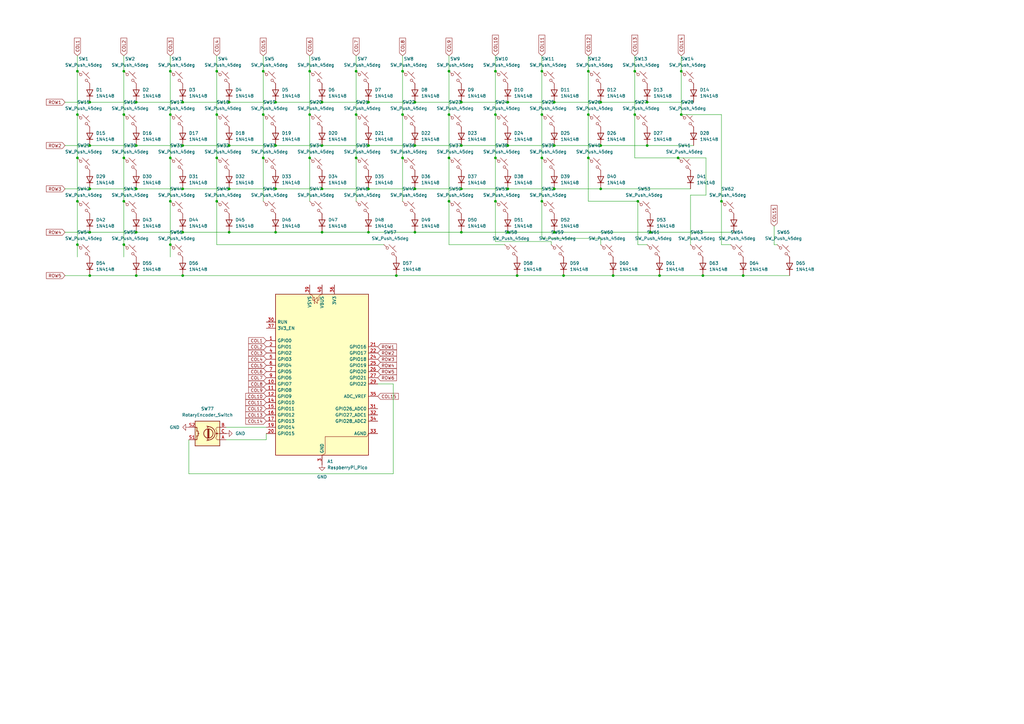
<source format=kicad_sch>
(kicad_sch (version 20250114) (generator "eeschema") (generator_version "9.0")
  (paper "A3")
  (junction (at 212.09 113.03))
  (junction (at 74.93 95.25))
  (junction (at 113.03 41.91))
  (junction (at 162.56 113.03))
  (junction (at 55.88 41.91))
  (junction (at 279.4 46.99))
  (junction (at 74.93 113.03))
  (junction (at 151.13 41.91))
  (junction (at 50.8 46.99))
  (junction (at 36.83 59.69))
  (junction (at 31.75 100.33))
  (junction (at 170.18 59.69))
  (junction (at 270.51 113.03))
  (junction (at 50.8 82.55))
  (junction (at 208.28 41.91))
  (junction (at 36.83 113.03))
  (junction (at 208.28 77.47))
  (junction (at 170.18 77.47))
  (junction (at 74.93 59.69))
  (junction (at 107.95 64.77))
  (junction (at 74.93 77.47))
  (junction (at 222.25 64.77))
  (junction (at 165.1 29.21))
  (junction (at 132.08 77.47))
  (junction (at 74.93 41.91))
  (junction (at 251.46 113.03))
  (junction (at 222.25 46.99))
  (junction (at 151.13 77.47))
  (junction (at 69.85 100.33))
  (junction (at 55.88 95.25))
  (junction (at 146.05 29.21))
  (junction (at 246.38 41.91))
  (junction (at 50.8 64.77))
  (junction (at 55.88 113.03))
  (junction (at 265.43 59.69))
  (junction (at 241.3 46.99))
  (junction (at 93.98 41.91))
  (junction (at 113.03 59.69))
  (junction (at 170.18 41.91))
  (junction (at 132.08 41.91))
  (junction (at 231.14 113.03))
  (junction (at 55.88 59.69))
  (junction (at 203.2 64.77))
  (junction (at 304.8 113.03))
  (junction (at 189.23 77.47))
  (junction (at 246.38 77.47))
  (junction (at 222.25 29.21))
  (junction (at 241.3 29.21))
  (junction (at 31.75 29.21))
  (junction (at 241.3 64.77))
  (junction (at 189.23 59.69))
  (junction (at 189.23 41.91))
  (junction (at 266.7 95.25))
  (junction (at 184.15 29.21))
  (junction (at 288.29 113.03))
  (junction (at 279.4 29.21))
  (junction (at 69.85 29.21))
  (junction (at 93.98 95.25))
  (junction (at 88.9 46.99))
  (junction (at 151.13 59.69))
  (junction (at 165.1 46.99))
  (junction (at 203.2 46.99))
  (junction (at 31.75 46.99))
  (junction (at 36.83 77.47))
  (junction (at 113.03 77.47))
  (junction (at 31.75 64.77))
  (junction (at 146.05 46.99))
  (junction (at 203.2 82.55))
  (junction (at 203.2 29.21))
  (junction (at 88.9 64.77))
  (junction (at 151.13 95.25))
  (junction (at 261.62 82.55))
  (junction (at 113.03 95.25))
  (junction (at 88.9 82.55))
  (junction (at 170.18 95.25))
  (junction (at 146.05 64.77))
  (junction (at 227.33 41.91))
  (junction (at 222.25 82.55))
  (junction (at 55.88 77.47))
  (junction (at 208.28 59.69))
  (junction (at 127 29.21))
  (junction (at 93.98 59.69))
  (junction (at 227.33 77.47))
  (junction (at 69.85 46.99))
  (junction (at 127 46.99))
  (junction (at 93.98 77.47))
  (junction (at 69.85 64.77))
  (junction (at 260.35 46.99))
  (junction (at 132.08 59.69))
  (junction (at 260.35 29.21))
  (junction (at 107.95 46.99))
  (junction (at 36.83 41.91))
  (junction (at 69.85 82.55))
  (junction (at 184.15 46.99))
  (junction (at 265.43 41.91))
  (junction (at 227.33 95.25))
  (junction (at 31.75 82.55))
  (junction (at 127 64.77))
  (junction (at 208.28 95.25))
  (junction (at 36.83 95.25))
  (junction (at 295.91 82.55))
  (junction (at 165.1 64.77))
  (junction (at 50.8 29.21))
  (junction (at 189.23 95.25))
  (junction (at 132.08 95.25))
  (junction (at 227.33 59.69))
  (junction (at 107.95 29.21))
  (junction (at 184.15 82.55))
  (junction (at 88.9 29.21))
  (junction (at 278.13 64.77))
  (junction (at 246.38 59.69))
  (junction (at 50.8 100.33))
  (junction (at 184.15 64.77))
  (wire (pts (xy 246.38 41.91) (xy 265.43 41.91)))
  (wire (pts (xy 170.18 95.25) (xy 189.23 95.25)))
  (wire (pts (xy 55.88 95.25) (xy 74.93 95.25)))
  (wire (pts (xy 208.28 41.91) (xy 227.33 41.91)))
  (wire (pts (xy 260.35 22.86) (xy 260.35 29.21)))
  (wire (pts (xy 93.98 59.69) (xy 113.03 59.69)))
  (wire (pts (xy 279.4 46.99) (xy 295.91 46.99)))
  (wire (pts (xy 55.88 77.47) (xy 74.93 77.47)))
  (wire (pts (xy 31.75 82.55) (xy 31.75 100.33)))
  (wire (pts (xy 222.25 82.55) (xy 222.25 97.79)))
  (wire (pts (xy 189.23 41.91) (xy 208.28 41.91)))
  (wire (pts (xy 266.7 95.25) (xy 300.99 95.25)))
  (wire (pts (xy 246.38 97.79) (xy 246.38 100.33)))
  (wire (pts (xy 55.88 41.91) (xy 74.93 41.91)))
  (wire (pts (xy 203.2 29.21) (xy 203.2 46.99)))
  (wire (pts (xy 203.2 82.55) (xy 203.2 99.06)))
  (wire (pts (xy 222.25 64.77) (xy 222.25 82.55)))
  (wire (pts (xy 50.8 29.21) (xy 50.8 46.99)))
  (wire (pts (xy 260.35 29.21) (xy 260.35 46.99)))
  (wire (pts (xy 208.28 59.69) (xy 227.33 59.69)))
  (wire (pts (xy 31.75 29.21) (xy 31.75 46.99)))
  (wire (pts (xy 241.3 46.99) (xy 241.3 64.77)))
  (wire (pts (xy 77.47 194.31) (xy 161.29 194.31)))
  (wire (pts (xy 261.62 82.55) (xy 261.62 100.33)))
  (wire (pts (xy 88.9 22.86) (xy 88.9 29.21)))
  (wire (pts (xy 151.13 41.91) (xy 170.18 41.91)))
  (wire (pts (xy 165.1 29.21) (xy 165.1 46.99)))
  (wire (pts (xy 55.88 59.69) (xy 74.93 59.69)))
  (wire (pts (xy 146.05 64.77) (xy 146.05 82.55)))
  (wire (pts (xy 170.18 77.47) (xy 189.23 77.47)))
  (wire (pts (xy 260.35 46.99) (xy 260.35 64.77)))
  (wire (pts (xy 165.1 22.86) (xy 165.1 29.21)))
  (wire (pts (xy 88.9 29.21) (xy 88.9 46.99)))
  (wire (pts (xy 165.1 64.77) (xy 165.1 82.55)))
  (wire (pts (xy 36.83 95.25) (xy 55.88 95.25)))
  (wire (pts (xy 26.67 59.69) (xy 36.83 59.69)))
  (wire (pts (xy 26.67 113.03) (xy 36.83 113.03)))
  (wire (pts (xy 36.83 41.91) (xy 55.88 41.91)))
  (wire (pts (xy 241.3 29.21) (xy 241.3 46.99)))
  (wire (pts (xy 184.15 46.99) (xy 184.15 64.77)))
  (wire (pts (xy 161.29 157.48) (xy 154.94 157.48)))
  (wire (pts (xy 36.83 113.03) (xy 55.88 113.03)))
  (wire (pts (xy 26.67 95.25) (xy 36.83 95.25)))
  (wire (pts (xy 69.85 29.21) (xy 69.85 46.99)))
  (wire (pts (xy 74.93 113.03) (xy 162.56 113.03)))
  (wire (pts (xy 50.8 82.55) (xy 50.8 100.33)))
  (wire (pts (xy 88.9 64.77) (xy 88.9 82.55)))
  (wire (pts (xy 132.08 77.47) (xy 151.13 77.47)))
  (wire (pts (xy 288.29 113.03) (xy 304.8 113.03)))
  (wire (pts (xy 127 29.21) (xy 127 46.99)))
  (wire (pts (xy 161.29 194.31) (xy 161.29 157.48)))
  (wire (pts (xy 113.03 95.25) (xy 132.08 95.25)))
  (wire (pts (xy 113.03 41.91) (xy 132.08 41.91)))
  (wire (pts (xy 31.75 64.77) (xy 31.75 82.55)))
  (wire (pts (xy 162.56 113.03) (xy 212.09 113.03)))
  (wire (pts (xy 146.05 22.86) (xy 146.05 29.21)))
  (wire (pts (xy 74.93 41.91) (xy 93.98 41.91)))
  (wire (pts (xy 132.08 95.25) (xy 151.13 95.25)))
  (wire (pts (xy 31.75 100.33) (xy 31.75 105.41)))
  (wire (pts (xy 74.93 59.69) (xy 93.98 59.69)))
  (wire (pts (xy 283.21 80.01) (xy 289.56 80.01)))
  (wire (pts (xy 265.43 59.69) (xy 284.48 59.69)))
  (wire (pts (xy 289.56 64.77) (xy 278.13 64.77)))
  (wire (pts (xy 113.03 59.69) (xy 132.08 59.69)))
  (wire (pts (xy 260.35 64.77) (xy 278.13 64.77)))
  (wire (pts (xy 241.3 82.55) (xy 261.62 82.55)))
  (wire (pts (xy 69.85 46.99) (xy 69.85 64.77)))
  (wire (pts (xy 295.91 82.55) (xy 295.91 46.99)))
  (wire (pts (xy 69.85 100.33) (xy 69.85 105.41)))
  (wire (pts (xy 227.33 77.47) (xy 246.38 77.47)))
  (wire (pts (xy 36.83 59.69) (xy 55.88 59.69)))
  (wire (pts (xy 127 46.99) (xy 127 64.77)))
  (wire (pts (xy 246.38 59.69) (xy 265.43 59.69)))
  (wire (pts (xy 26.67 41.91) (xy 36.83 41.91)))
  (wire (pts (xy 146.05 29.21) (xy 146.05 46.99)))
  (wire (pts (xy 50.8 22.86) (xy 50.8 29.21)))
  (wire (pts (xy 127 22.86) (xy 127 29.21)))
  (wire (pts (xy 317.5 92.71) (xy 317.5 100.33)))
  (wire (pts (xy 31.75 22.86) (xy 31.75 29.21)))
  (wire (pts (xy 265.43 41.91) (xy 284.48 41.91)))
  (wire (pts (xy 279.4 22.86) (xy 279.4 29.21)))
  (wire (pts (xy 208.28 77.47) (xy 227.33 77.47)))
  (wire (pts (xy 241.3 22.86) (xy 241.3 29.21)))
  (wire (pts (xy 127 64.77) (xy 127 82.55)))
  (wire (pts (xy 203.2 46.99) (xy 203.2 64.77)))
  (wire (pts (xy 241.3 64.77) (xy 241.3 82.55)))
  (wire (pts (xy 93.98 41.91) (xy 113.03 41.91)))
  (wire (pts (xy 222.25 22.86) (xy 222.25 29.21)))
  (wire (pts (xy 31.75 46.99) (xy 31.75 64.77)))
  (wire (pts (xy 93.98 95.25) (xy 113.03 95.25)))
  (wire (pts (xy 251.46 113.03) (xy 270.51 113.03)))
  (wire (pts (xy 270.51 113.03) (xy 288.29 113.03)))
  (wire (pts (xy 283.21 100.33) (xy 283.21 80.01)))
  (wire (pts (xy 50.8 46.99) (xy 50.8 64.77)))
  (wire (pts (xy 74.93 95.25) (xy 93.98 95.25)))
  (wire (pts (xy 165.1 46.99) (xy 165.1 64.77)))
  (wire (pts (xy 184.15 29.21) (xy 184.15 46.99)))
  (wire (pts (xy 203.2 64.77) (xy 203.2 82.55)))
  (wire (pts (xy 184.15 22.86) (xy 184.15 29.21)))
  (wire (pts (xy 146.05 46.99) (xy 146.05 64.77)))
  (wire (pts (xy 227.33 59.69) (xy 246.38 59.69)))
  (wire (pts (xy 26.67 77.47) (xy 36.83 77.47)))
  (wire (pts (xy 107.95 64.77) (xy 107.95 82.55)))
  (wire (pts (xy 295.91 100.33) (xy 295.91 82.55)))
  (wire (pts (xy 107.95 46.99) (xy 107.95 64.77)))
  (wire (pts (xy 88.9 100.33) (xy 157.48 100.33)))
  (wire (pts (xy 184.15 82.55) (xy 184.15 100.33)))
  (wire (pts (xy 151.13 95.25) (xy 170.18 95.25)))
  (wire (pts (xy 222.25 46.99) (xy 222.25 64.77)))
  (wire (pts (xy 189.23 95.25) (xy 208.28 95.25)))
  (wire (pts (xy 69.85 64.77) (xy 69.85 82.55)))
  (wire (pts (xy 279.4 29.21) (xy 279.4 46.99)))
  (wire (pts (xy 208.28 95.25) (xy 227.33 95.25)))
  (wire (pts (xy 170.18 41.91) (xy 189.23 41.91)))
  (wire (pts (xy 77.47 180.34) (xy 77.47 194.31)))
  (wire (pts (xy 55.88 113.03) (xy 74.93 113.03)))
  (wire (pts (xy 226.06 99.06) (xy 226.06 100.33)))
  (wire (pts (xy 231.14 113.03) (xy 251.46 113.03)))
  (wire (pts (xy 203.2 99.06) (xy 226.06 99.06)))
  (wire (pts (xy 113.03 77.47) (xy 132.08 77.47)))
  (wire (pts (xy 212.09 113.03) (xy 231.14 113.03)))
  (wire (pts (xy 50.8 100.33) (xy 50.8 105.41)))
  (wire (pts (xy 246.38 77.47) (xy 283.21 77.47)))
  (wire (pts (xy 227.33 41.91) (xy 246.38 41.91)))
  (wire (pts (xy 69.85 22.86) (xy 69.85 29.21)))
  (wire (pts (xy 88.9 46.99) (xy 88.9 64.77)))
  (wire (pts (xy 222.25 29.21) (xy 222.25 46.99)))
  (wire (pts (xy 107.95 22.86) (xy 107.95 29.21)))
  (wire (pts (xy 222.25 97.79) (xy 246.38 97.79)))
  (wire (pts (xy 317.5 100.33) (xy 318.77 100.33)))
  (wire (pts (xy 261.62 100.33) (xy 265.43 100.33)))
  (wire (pts (xy 132.08 41.91) (xy 151.13 41.91)))
  (wire (pts (xy 299.72 100.33) (xy 295.91 100.33)))
  (wire (pts (xy 189.23 77.47) (xy 208.28 77.47)))
  (wire (pts (xy 88.9 82.55) (xy 88.9 100.33)))
  (wire (pts (xy 74.93 77.47) (xy 93.98 77.47)))
  (wire (pts (xy 109.22 180.34) (xy 109.22 177.8)))
  (wire (pts (xy 184.15 100.33) (xy 207.01 100.33)))
  (wire (pts (xy 92.71 180.34) (xy 109.22 180.34)))
  (wire (pts (xy 227.33 95.25) (xy 266.7 95.25)))
  (wire (pts (xy 304.8 113.03) (xy 323.85 113.03)))
  (wire (pts (xy 151.13 77.47) (xy 170.18 77.47)))
  (wire (pts (xy 36.83 77.47) (xy 55.88 77.47)))
  (wire (pts (xy 107.95 29.21) (xy 107.95 46.99)))
  (wire (pts (xy 184.15 64.77) (xy 184.15 82.55)))
  (wire (pts (xy 203.2 22.86) (xy 203.2 29.21)))
  (wire (pts (xy 289.56 80.01) (xy 289.56 64.77)))
  (wire (pts (xy 50.8 64.77) (xy 50.8 82.55)))
  (wire (pts (xy 151.13 59.69) (xy 170.18 59.69)))
  (wire (pts (xy 69.85 82.55) (xy 69.85 100.33)))
  (wire (pts (xy 170.18 59.69) (xy 189.23 59.69)))
  (wire (pts (xy 189.23 59.69) (xy 208.28 59.69)))
  (wire (pts (xy 132.08 59.69) (xy 151.13 59.69)))
  (wire (pts (xy 92.71 175.26) (xy 109.22 175.26)))
  (wire (pts (xy 93.98 77.47) (xy 113.03 77.47)))
  (global_label "COL7" (shape input) (at 109.22 154.94 180) (property "Intersheetrefs" "${INTERSHEET_REFS}" (effects (hide yes))))
  (global_label "COL13" (shape input) (at 260.35 22.86 90) (property "Intersheetrefs" "${INTERSHEET_REFS}" (effects (hide yes))))
  (global_label "ROW6" (shape input) (at 154.94 154.94 0) (property "Intersheetrefs" "${INTERSHEET_REFS}" (effects (hide yes))))
  (global_label "ROW4" (shape input) (at 26.67 95.25 180) (property "Intersheetrefs" "${INTERSHEET_REFS}" (effects (hide yes))))
  (global_label "ROW3" (shape input) (at 154.94 147.32 0) (property "Intersheetrefs" "${INTERSHEET_REFS}" (effects (hide yes))))
  (global_label "COL11" (shape input) (at 109.22 165.1 180) (property "Intersheetrefs" "${INTERSHEET_REFS}" (effects (hide yes))))
  (global_label "COL8" (shape input) (at 109.22 157.48 180) (property "Intersheetrefs" "${INTERSHEET_REFS}" (effects (hide yes))))
  (global_label "COL1" (shape input) (at 31.75 22.86 90) (property "Intersheetrefs" "${INTERSHEET_REFS}" (effects (hide yes))))
  (global_label "COL14" (shape input) (at 279.4 22.86 90) (property "Intersheetrefs" "${INTERSHEET_REFS}" (effects (hide yes))))
  (global_label "COL9" (shape input) (at 184.15 22.86 90) (property "Intersheetrefs" "${INTERSHEET_REFS}" (effects (hide yes))))
  (global_label "COL3" (shape input) (at 69.85 22.86 90) (property "Intersheetrefs" "${INTERSHEET_REFS}" (effects (hide yes))))
  (global_label "COL5" (shape input) (at 109.22 149.86 180) (property "Intersheetrefs" "${INTERSHEET_REFS}" (effects (hide yes))))
  (global_label "COL8" (shape input) (at 165.1 22.86 90) (property "Intersheetrefs" "${INTERSHEET_REFS}" (effects (hide yes))))
  (global_label "COL3" (shape input) (at 109.22 144.78 180) (property "Intersheetrefs" "${INTERSHEET_REFS}" (effects (hide yes))))
  (global_label "COL10" (shape input) (at 203.2 22.86 90) (property "Intersheetrefs" "${INTERSHEET_REFS}" (effects (hide yes))))
  (global_label "ROW2" (shape input) (at 154.94 144.78 0) (property "Intersheetrefs" "${INTERSHEET_REFS}" (effects (hide yes))))
  (global_label "COL12" (shape input) (at 109.22 167.64 180) (property "Intersheetrefs" "${INTERSHEET_REFS}" (effects (hide yes))))
  (global_label "COL6" (shape input) (at 127 22.86 90) (property "Intersheetrefs" "${INTERSHEET_REFS}" (effects (hide yes))))
  (global_label "COL1" (shape input) (at 109.22 139.7 180) (property "Intersheetrefs" "${INTERSHEET_REFS}" (effects (hide yes))))
  (global_label "COL4" (shape input) (at 109.22 147.32 180) (property "Intersheetrefs" "${INTERSHEET_REFS}" (effects (hide yes))))
  (global_label "COL14" (shape input) (at 109.22 172.72 180) (property "Intersheetrefs" "${INTERSHEET_REFS}" (effects (hide yes))))
  (global_label "COL10" (shape input) (at 109.22 162.56 180) (property "Intersheetrefs" "${INTERSHEET_REFS}" (effects (hide yes))))
  (global_label "COL6" (shape input) (at 109.22 152.4 180) (property "Intersheetrefs" "${INTERSHEET_REFS}" (effects (hide yes))))
  (global_label "ROW3" (shape input) (at 26.67 77.47 180) (property "Intersheetrefs" "${INTERSHEET_REFS}" (effects (hide yes))))
  (global_label "COL15" (shape input) (at 154.94 162.56 0) (property "Intersheetrefs" "${INTERSHEET_REFS}" (effects (hide yes))))
  (global_label "ROW1" (shape input) (at 154.94 142.24 0) (property "Intersheetrefs" "${INTERSHEET_REFS}" (effects (hide yes))))
  (global_label "COL2" (shape input) (at 109.22 142.24 180) (property "Intersheetrefs" "${INTERSHEET_REFS}" (effects (hide yes))))
  (global_label "ROW1" (shape input) (at 26.67 41.91 180) (property "Intersheetrefs" "${INTERSHEET_REFS}" (effects (hide yes))))
  (global_label "ROW4" (shape input) (at 154.94 149.86 0) (property "Intersheetrefs" "${INTERSHEET_REFS}" (effects (hide yes))))
  (global_label "COL4" (shape input) (at 88.9 22.86 90) (property "Intersheetrefs" "${INTERSHEET_REFS}" (effects (hide yes))))
  (global_label "COL7" (shape input) (at 146.05 22.86 90) (property "Intersheetrefs" "${INTERSHEET_REFS}" (effects (hide yes))))
  (global_label "COL9" (shape input) (at 109.22 160.02 180) (property "Intersheetrefs" "${INTERSHEET_REFS}" (effects (hide yes))))
  (global_label "ROW5" (shape input) (at 154.94 152.4 0) (property "Intersheetrefs" "${INTERSHEET_REFS}" (effects (hide yes))))
  (global_label "COL5" (shape input) (at 107.95 22.86 90) (property "Intersheetrefs" "${INTERSHEET_REFS}" (effects (hide yes))))
  (global_label "COL13" (shape input) (at 109.22 170.18 180) (property "Intersheetrefs" "${INTERSHEET_REFS}" (effects (hide yes))))
  (global_label "ROW5" (shape input) (at 26.67 113.03 180) (property "Intersheetrefs" "${INTERSHEET_REFS}" (effects (hide yes))))
  (global_label "ROW2" (shape input) (at 26.67 59.69 180) (property "Intersheetrefs" "${INTERSHEET_REFS}" (effects (hide yes))))
  (global_label "COL12" (shape input) (at 241.3 22.86 90) (property "Intersheetrefs" "${INTERSHEET_REFS}" (effects (hide yes))))
  (global_label "COL15" (shape input) (at 317.5 92.71 90) (property "Intersheetrefs" "${INTERSHEET_REFS}" (effects (hide yes))))
  (global_label "COL2" (shape input) (at 50.8 22.86 90) (property "Intersheetrefs" "${INTERSHEET_REFS}" (effects (hide yes))))
  (global_label "COL11" (shape input) (at 222.25 22.86 90) (property "Intersheetrefs" "${INTERSHEET_REFS}" (effects (hide yes))))
  (symbol (lib_id "Diode:1N4148") (at 93.98 38.1 90) (unit 1)
    (property "Reference" "D4" (at 96.52 36.8299 90) (effects (justify right)))
    (property "Value" "1N4148" (at 96.52 39.3699 90) (effects (justify right)))
    (property "Footprint" "Diode_THT:D_DO-35_SOD27_P7.62mm_Horizontal" (effects (hide yes)))
    (property "Datasheet" "https://assets.nexperia.com/documents/data-sheet/1N4148_1N4448.pdf" (effects (hide yes)))
    (property "Description" "100V 0.15A standard switching diode, DO-35" (effects (hide yes)))
    (property "Sim.Device" "D" (effects (hide yes)))
    (property "Sim.Pins" "1=K 2=A" (effects (hide yes)))
  )
  (symbol (lib_id "Diode:1N4148") (at 93.98 73.66 90) (unit 1)
    (property "Reference" "D32" (at 96.52 72.3899 90) (effects (justify right)))
    (property "Value" "1N4148" (at 96.52 74.9299 90) (effects (justify right)))
    (property "Footprint" "Diode_THT:D_DO-35_SOD27_P7.62mm_Horizontal" (effects (hide yes)))
    (property "Datasheet" "https://assets.nexperia.com/documents/data-sheet/1N4148_1N4448.pdf" (effects (hide yes)))
    (property "Description" "100V 0.15A standard switching diode, DO-35" (effects (hide yes)))
    (property "Sim.Device" "D" (effects (hide yes)))
    (property "Sim.Pins" "1=K 2=A" (effects (hide yes)))
  )
  (symbol (lib_id "Diode:1N4148") (at 170.18 91.44 90) (unit 1)
    (property "Reference" "D49" (at 172.72 90.1699 90) (effects (justify right)))
    (property "Value" "1N4148" (at 172.72 92.7099 90) (effects (justify right)))
    (property "Footprint" "Diode_THT:D_DO-35_SOD27_P7.62mm_Horizontal" (effects (hide yes)))
    (property "Datasheet" "https://assets.nexperia.com/documents/data-sheet/1N4148_1N4448.pdf" (effects (hide yes)))
    (property "Description" "100V 0.15A standard switching diode, DO-35" (effects (hide yes)))
    (property "Sim.Device" "D" (effects (hide yes)))
    (property "Sim.Pins" "1=K 2=A" (effects (hide yes)))
  )
  (symbol (lib_id "Switch:SW_Push_45deg") (at 148.59 85.09 0) (unit 1)
    (property "Reference" "SW48" (at 148.59 77.47 0))
    (property "Value" "SW_Push_45deg" (at 148.59 80.01 0))
    (property "Footprint" "Hotswap Sockets:MX-Hotswap-1U" (effects (hide yes)))
    (property "Description" "Push button switch, normally open, two pins, 45° tilted" (effects (hide yes)))
  )
  (symbol (lib_id "Diode:1N4148") (at 113.03 91.44 90) (unit 1)
    (property "Reference" "D46" (at 115.57 90.1699 90) (effects (justify right)))
    (property "Value" "1N4148" (at 115.57 92.7099 90) (effects (justify right)))
    (property "Footprint" "Diode_THT:D_DO-35_SOD27_P7.62mm_Horizontal" (effects (hide yes)))
    (property "Datasheet" "https://assets.nexperia.com/documents/data-sheet/1N4148_1N4448.pdf" (effects (hide yes)))
    (property "Description" "100V 0.15A standard switching diode, DO-35" (effects (hide yes)))
    (property "Sim.Device" "D" (effects (hide yes)))
    (property "Sim.Pins" "1=K 2=A" (effects (hide yes)))
  )
  (symbol (lib_id "Diode:1N4148") (at 36.83 38.1 90) (unit 1)
    (property "Reference" "D1" (at 39.37 36.8299 90) (effects (justify right)))
    (property "Value" "1N4148" (at 39.37 39.3699 90) (effects (justify right)))
    (property "Footprint" "Diode_THT:D_DO-35_SOD27_P7.62mm_Horizontal" (effects (hide yes)))
    (property "Datasheet" "https://assets.nexperia.com/documents/data-sheet/1N4148_1N4448.pdf" (effects (hide yes)))
    (property "Description" "100V 0.15A standard switching diode, DO-35" (effects (hide yes)))
    (property "Sim.Device" "D" (effects (hide yes)))
    (property "Sim.Pins" "1=K 2=A" (effects (hide yes)))
  )
  (symbol (lib_id "Diode:1N4148") (at 132.08 73.66 90) (unit 1)
    (property "Reference" "D34" (at 134.62 72.3899 90) (effects (justify right)))
    (property "Value" "1N4148" (at 134.62 74.9299 90) (effects (justify right)))
    (property "Footprint" "Diode_THT:D_DO-35_SOD27_P7.62mm_Horizontal" (effects (hide yes)))
    (property "Datasheet" "https://assets.nexperia.com/documents/data-sheet/1N4148_1N4448.pdf" (effects (hide yes)))
    (property "Description" "100V 0.15A standard switching diode, DO-35" (effects (hide yes)))
    (property "Sim.Device" "D" (effects (hide yes)))
    (property "Sim.Pins" "1=K 2=A" (effects (hide yes)))
  )
  (symbol (lib_id "Diode:1N4148") (at 265.43 55.88 90) (unit 1)
    (property "Reference" "D27" (at 267.97 54.6099 90) (effects (justify right)))
    (property "Value" "1N4148" (at 267.97 57.1499 90) (effects (justify right)))
    (property "Footprint" "Diode_THT:D_DO-35_SOD27_P7.62mm_Horizontal" (effects (hide yes)))
    (property "Datasheet" "https://assets.nexperia.com/documents/data-sheet/1N4148_1N4448.pdf" (effects (hide yes)))
    (property "Description" "100V 0.15A standard switching diode, DO-35" (effects (hide yes)))
    (property "Sim.Device" "D" (effects (hide yes)))
    (property "Sim.Pins" "1=K 2=A" (effects (hide yes)))
  )
  (symbol (lib_id "Diode:1N4148") (at 36.83 91.44 90) (unit 1)
    (property "Reference" "D42" (at 39.37 90.1699 90) (effects (justify right)))
    (property "Value" "1N4148" (at 39.37 92.7099 90) (effects (justify right)))
    (property "Footprint" "Diode_THT:D_DO-35_SOD27_P7.62mm_Horizontal" (effects (hide yes)))
    (property "Datasheet" "https://assets.nexperia.com/documents/data-sheet/1N4148_1N4448.pdf" (effects (hide yes)))
    (property "Description" "100V 0.15A standard switching diode, DO-35" (effects (hide yes)))
    (property "Sim.Device" "D" (effects (hide yes)))
    (property "Sim.Pins" "1=K 2=A" (effects (hide yes)))
  )
  (symbol (lib_id "Diode:1N4148") (at 36.83 73.66 90) (unit 1)
    (property "Reference" "D29" (at 39.37 72.3899 90) (effects (justify right)))
    (property "Value" "1N4148" (at 39.37 74.9299 90) (effects (justify right)))
    (property "Footprint" "Diode_THT:D_DO-35_SOD27_P7.62mm_Horizontal" (effects (hide yes)))
    (property "Datasheet" "https://assets.nexperia.com/documents/data-sheet/1N4148_1N4448.pdf" (effects (hide yes)))
    (property "Description" "100V 0.15A standard switching diode, DO-35" (effects (hide yes)))
    (property "Sim.Device" "D" (effects (hide yes)))
    (property "Sim.Pins" "1=K 2=A" (effects (hide yes)))
  )
  (symbol (lib_id "Switch:SW_Push_45deg") (at 91.44 85.09 0) (unit 1)
    (property "Reference" "SW45" (at 91.44 77.47 0))
    (property "Value" "SW_Push_45deg" (at 91.44 80.01 0))
    (property "Footprint" "Hotswap Sockets:MX-Hotswap-1U" (effects (hide yes)))
    (property "Description" "Push button switch, normally open, two pins, 45° tilted" (effects (hide yes)))
  )
  (symbol (lib_id "Diode:1N4148") (at 189.23 38.1 90) (unit 1)
    (property "Reference" "D9" (at 191.77 36.8299 90) (effects (justify right)))
    (property "Value" "1N4148" (at 191.77 39.3699 90) (effects (justify right)))
    (property "Footprint" "Diode_THT:D_DO-35_SOD27_P7.62mm_Horizontal" (effects (hide yes)))
    (property "Datasheet" "https://assets.nexperia.com/documents/data-sheet/1N4148_1N4448.pdf" (effects (hide yes)))
    (property "Description" "100V 0.15A standard switching diode, DO-35" (effects (hide yes)))
    (property "Sim.Device" "D" (effects (hide yes)))
    (property "Sim.Pins" "1=K 2=A" (effects (hide yes)))
  )
  (symbol (lib_id "Diode:1N4148") (at 246.38 38.1 90) (unit 1)
    (property "Reference" "D12" (at 248.92 36.8299 90) (effects (justify right)))
    (property "Value" "1N4148" (at 248.92 39.3699 90) (effects (justify right)))
    (property "Footprint" "Diode_THT:D_DO-35_SOD27_P7.62mm_Horizontal" (effects (hide yes)))
    (property "Datasheet" "https://assets.nexperia.com/documents/data-sheet/1N4148_1N4448.pdf" (effects (hide yes)))
    (property "Description" "100V 0.15A standard switching diode, DO-35" (effects (hide yes)))
    (property "Sim.Device" "D" (effects (hide yes)))
    (property "Sim.Pins" "1=K 2=A" (effects (hide yes)))
  )
  (symbol (lib_id "Switch:SW_Push_45deg") (at 224.79 85.09 0) (unit 1)
    (property "Reference" "SW52" (at 224.79 77.47 0))
    (property "Value" "SW_Push_45deg" (at 224.79 80.01 0))
    (property "Footprint" "Hotswap Sockets:MX-Hotswap-1U" (effects (hide yes)))
    (property "Description" "Push button switch, normally open, two pins, 45° tilted" (effects (hide yes)))
  )
  (symbol (lib_id "Switch:SW_Push_45deg") (at 160.02 102.87 0) (unit 1)
    (property "Reference" "SW57" (at 160.02 95.25 0))
    (property "Value" "SW_Push_45deg" (at 160.02 97.79 0))
    (property "Footprint" "Hotswap Sockets:MX-Hotswap-6.25U" (effects (hide yes)))
    (property "Description" "Push button switch, normally open, two pins, 45° tilted" (effects (hide yes)))
  )
  (symbol (lib_id "Switch:SW_Push_45deg") (at 186.69 67.31 0) (unit 1)
    (property "Reference" "SW37" (at 186.69 59.69 0))
    (property "Value" "SW_Push_45deg" (at 186.69 62.23 0))
    (property "Footprint" "Hotswap Sockets:MX-Hotswap-1U" (effects (hide yes)))
    (property "Description" "Push button switch, normally open, two pins, 45° tilted" (effects (hide yes)))
  )
  (symbol (lib_id "Diode:1N4148") (at 246.38 55.88 90) (unit 1)
    (property "Reference" "D26" (at 248.92 54.6099 90) (effects (justify right)))
    (property "Value" "1N4148" (at 248.92 57.1499 90) (effects (justify right)))
    (property "Footprint" "Diode_THT:D_DO-35_SOD27_P7.62mm_Horizontal" (effects (hide yes)))
    (property "Datasheet" "https://assets.nexperia.com/documents/data-sheet/1N4148_1N4448.pdf" (effects (hide yes)))
    (property "Description" "100V 0.15A standard switching diode, DO-35" (effects (hide yes)))
    (property "Sim.Device" "D" (effects (hide yes)))
    (property "Sim.Pins" "1=K 2=A" (effects (hide yes)))
  )
  (symbol (lib_id "Switch:SW_Push_45deg") (at 167.64 31.75 0) (unit 1)
    (property "Reference" "SW8" (at 167.64 24.13 0))
    (property "Value" "SW_Push_45deg" (at 167.64 26.67 0))
    (property "Footprint" "Hotswap Sockets:MX-Hotswap-1U" (effects (hide yes)))
    (property "Description" "Push button switch, normally open, two pins, 45° tilted" (effects (hide yes)))
  )
  (symbol (lib_id "Switch:SW_Push_45deg") (at 224.79 49.53 0) (unit 1)
    (property "Reference" "SW25" (at 224.79 41.91 0))
    (property "Value" "SW_Push_45deg" (at 224.79 44.45 0))
    (property "Footprint" "Hotswap Sockets:MX-Hotswap-1U" (effects (hide yes)))
    (property "Description" "Push button switch, normally open, two pins, 45° tilted" (effects (hide yes)))
  )
  (symbol (lib_id "power:GND") (at 132.08 190.5 0) (unit 1)
    (property "Reference" "#PWR03" (effects (hide yes)))
    (property "Value" "GND" (at 132.08 195.58 0))
    (property "Description" "Power symbol creates a global label with name \"GND\" , ground" (effects (hide yes)))
  )
  (symbol (lib_id "Switch:SW_Push_45deg") (at 148.59 49.53 0) (unit 1)
    (property "Reference" "SW21" (at 148.59 41.91 0))
    (property "Value" "SW_Push_45deg" (at 148.59 44.45 0))
    (property "Footprint" "Hotswap Sockets:MX-Hotswap-1U" (effects (hide yes)))
    (property "Description" "Push button switch, normally open, two pins, 45° tilted" (effects (hide yes)))
  )
  (symbol (lib_id "Switch:SW_Push_45deg") (at 285.75 102.87 0) (unit 1)
    (property "Reference" "SW63" (at 285.75 95.25 0))
    (property "Value" "SW_Push_45deg" (at 285.75 97.79 0))
    (property "Footprint" "Hotswap Sockets:MX-Hotswap-1U" (effects (hide yes)))
    (property "Description" "Push button switch, normally open, two pins, 45° tilted" (effects (hide yes)))
  )
  (symbol (lib_id "Diode:1N4148") (at 113.03 55.88 90) (unit 1)
    (property "Reference" "D19" (at 115.57 54.6099 90) (effects (justify right)))
    (property "Value" "1N4148" (at 115.57 57.1499 90) (effects (justify right)))
    (property "Footprint" "Diode_THT:D_DO-35_SOD27_P7.62mm_Horizontal" (effects (hide yes)))
    (property "Datasheet" "https://assets.nexperia.com/documents/data-sheet/1N4148_1N4448.pdf" (effects (hide yes)))
    (property "Description" "100V 0.15A standard switching diode, DO-35" (effects (hide yes)))
    (property "Sim.Device" "D" (effects (hide yes)))
    (property "Sim.Pins" "1=K 2=A" (effects (hide yes)))
  )
  (symbol (lib_id "Diode:1N4148") (at 189.23 91.44 90) (unit 1)
    (property "Reference" "D50" (at 191.77 90.1699 90) (effects (justify right)))
    (property "Value" "1N4148" (at 191.77 92.7099 90) (effects (justify right)))
    (property "Footprint" "Diode_THT:D_DO-35_SOD27_P7.62mm_Horizontal" (effects (hide yes)))
    (property "Datasheet" "https://assets.nexperia.com/documents/data-sheet/1N4148_1N4448.pdf" (effects (hide yes)))
    (property "Description" "100V 0.15A standard switching diode, DO-35" (effects (hide yes)))
    (property "Sim.Device" "D" (effects (hide yes)))
    (property "Sim.Pins" "1=K 2=A" (effects (hide yes)))
  )
  (symbol (lib_id "Switch:SW_Push_45deg") (at 262.89 31.75 0) (unit 1)
    (property "Reference" "SW13" (at 262.89 24.13 0))
    (property "Value" "SW_Push_45deg" (at 262.89 26.67 0))
    (property "Footprint" "Hotswap Sockets:MX-Hotswap-1U" (effects (hide yes)))
    (property "Description" "Push button switch, normally open, two pins, 45° tilted" (effects (hide yes)))
  )
  (symbol (lib_id "Switch:SW_Push_45deg") (at 205.74 85.09 0) (unit 1)
    (property "Reference" "SW51" (at 205.74 77.47 0))
    (property "Value" "SW_Push_45deg" (at 205.74 80.01 0))
    (property "Footprint" "Hotswap Sockets:MX-Hotswap-1U" (effects (hide yes)))
    (property "Description" "Push button switch, normally open, two pins, 45° tilted" (effects (hide yes)))
  )
  (symbol (lib_id "Diode:1N4148") (at 208.28 38.1 90) (unit 1)
    (property "Reference" "D10" (at 210.82 36.8299 90) (effects (justify right)))
    (property "Value" "1N4148" (at 210.82 39.3699 90) (effects (justify right)))
    (property "Footprint" "Diode_THT:D_DO-35_SOD27_P7.62mm_Horizontal" (effects (hide yes)))
    (property "Datasheet" "https://assets.nexperia.com/documents/data-sheet/1N4148_1N4448.pdf" (effects (hide yes)))
    (property "Description" "100V 0.15A standard switching diode, DO-35" (effects (hide yes)))
    (property "Sim.Device" "D" (effects (hide yes)))
    (property "Sim.Pins" "1=K 2=A" (effects (hide yes)))
  )
  (symbol (lib_id "Diode:1N4148") (at 74.93 38.1 90) (unit 1)
    (property "Reference" "D3" (at 77.47 36.8299 90) (effects (justify right)))
    (property "Value" "1N4148" (at 77.47 39.3699 90) (effects (justify right)))
    (property "Footprint" "Diode_THT:D_DO-35_SOD27_P7.62mm_Horizontal" (effects (hide yes)))
    (property "Datasheet" "https://assets.nexperia.com/documents/data-sheet/1N4148_1N4448.pdf" (effects (hide yes)))
    (property "Description" "100V 0.15A standard switching diode, DO-35" (effects (hide yes)))
    (property "Sim.Device" "D" (effects (hide yes)))
    (property "Sim.Pins" "1=K 2=A" (effects (hide yes)))
  )
  (symbol (lib_id "Diode:1N4148") (at 227.33 55.88 90) (unit 1)
    (property "Reference" "D25" (at 229.87 54.6099 90) (effects (justify right)))
    (property "Value" "1N4148" (at 229.87 57.1499 90) (effects (justify right)))
    (property "Footprint" "Diode_THT:D_DO-35_SOD27_P7.62mm_Horizontal" (effects (hide yes)))
    (property "Datasheet" "https://assets.nexperia.com/documents/data-sheet/1N4148_1N4448.pdf" (effects (hide yes)))
    (property "Description" "100V 0.15A standard switching diode, DO-35" (effects (hide yes)))
    (property "Sim.Device" "D" (effects (hide yes)))
    (property "Sim.Pins" "1=K 2=A" (effects (hide yes)))
  )
  (symbol (lib_id "Switch:SW_Push_45deg") (at 228.6 102.87 0) (unit 1)
    (property "Reference" "SW59" (at 228.6 95.25 0))
    (property "Value" "SW_Push_45deg" (at 228.6 97.79 0))
    (property "Footprint" "Hotswap Sockets:MX-Hotswap-1.25U" (effects (hide yes)))
    (property "Description" "Push button switch, normally open, two pins, 45° tilted" (effects (hide yes)))
  )
  (symbol (lib_id "Diode:1N4148") (at 251.46 109.22 90) (unit 1)
    (property "Reference" "D60" (at 254 107.9499 90) (effects (justify right)))
    (property "Value" "1N4148" (at 254 110.4899 90) (effects (justify right)))
    (property "Footprint" "Diode_THT:D_DO-35_SOD27_P7.62mm_Horizontal" (effects (hide yes)))
    (property "Datasheet" "https://assets.nexperia.com/documents/data-sheet/1N4148_1N4448.pdf" (effects (hide yes)))
    (property "Description" "100V 0.15A standard switching diode, DO-35" (effects (hide yes)))
    (property "Sim.Device" "D" (effects (hide yes)))
    (property "Sim.Pins" "1=K 2=A" (effects (hide yes)))
  )
  (symbol (lib_id "Switch:SW_Push_45deg") (at 34.29 102.87 0) (unit 1)
    (property "Reference" "SW54" (at 34.29 95.25 0))
    (property "Value" "SW_Push_45deg" (at 34.29 97.79 0))
    (property "Footprint" "Hotswap Sockets:MX-Hotswap-1.25U" (effects (hide yes)))
    (property "Description" "Push button switch, normally open, two pins, 45° tilted" (effects (hide yes)))
  )
  (symbol (lib_id "Diode:1N4148") (at 284.48 55.88 90) (unit 1)
    (property "Reference" "D28" (at 287.02 54.6099 90) (effects (justify right)))
    (property "Value" "1N4148" (at 287.02 57.1499 90) (effects (justify right)))
    (property "Footprint" "Diode_THT:D_DO-35_SOD27_P7.62mm_Horizontal" (effects (hide yes)))
    (property "Datasheet" "https://assets.nexperia.com/documents/data-sheet/1N4148_1N4448.pdf" (effects (hide yes)))
    (property "Description" "100V 0.15A standard switching diode, DO-35" (effects (hide yes)))
    (property "Sim.Device" "D" (effects (hide yes)))
    (property "Sim.Pins" "1=K 2=A" (effects (hide yes)))
  )
  (symbol (lib_id "Diode:1N4148") (at 283.21 73.66 90) (unit 1)
    (property "Reference" "D41" (at 285.75 72.3899 90) (effects (justify right)))
    (property "Value" "1N4148" (at 285.75 74.9299 90) (effects (justify right)))
    (property "Footprint" "Diode_THT:D_DO-35_SOD27_P7.62mm_Horizontal" (effects (hide yes)))
    (property "Datasheet" "https://assets.nexperia.com/documents/data-sheet/1N4148_1N4448.pdf" (effects (hide yes)))
    (property "Description" "100V 0.15A standard switching diode, DO-35" (effects (hide yes)))
    (property "Sim.Device" "D" (effects (hide yes)))
    (property "Sim.Pins" "1=K 2=A" (effects (hide yes)))
  )
  (symbol (lib_id "Switch:SW_Push_45deg") (at 110.49 31.75 0) (unit 1)
    (property "Reference" "SW5" (at 110.49 24.13 0))
    (property "Value" "SW_Push_45deg" (at 110.49 26.67 0))
    (property "Footprint" "Hotswap Sockets:MX-Hotswap-1U" (effects (hide yes)))
    (property "Description" "Push button switch, normally open, two pins, 45° tilted" (effects (hide yes)))
  )
  (symbol (lib_id "Switch:SW_Push_45deg") (at 281.94 31.75 0) (unit 1)
    (property "Reference" "SW14" (at 281.94 24.13 0))
    (property "Value" "SW_Push_45deg" (at 281.94 26.67 0))
    (property "Footprint" "Hotswap Sockets:MX-Hotswap-2U" (effects (hide yes)))
    (property "Description" "Push button switch, normally open, two pins, 45° tilted" (effects (hide yes)))
  )
  (symbol (lib_id "Switch:SW_Push_45deg") (at 53.34 31.75 0) (unit 1)
    (property "Reference" "SW2" (at 53.34 24.13 0))
    (property "Value" "SW_Push_45deg" (at 53.34 26.67 0))
    (property "Footprint" "Hotswap Sockets:MX-Hotswap-1U" (effects (hide yes)))
    (property "Description" "Push button switch, normally open, two pins, 45° tilted" (effects (hide yes)))
  )
  (symbol (lib_id "Diode:1N4148") (at 74.93 55.88 90) (unit 1)
    (property "Reference" "D17" (at 77.47 54.6099 90) (effects (justify right)))
    (property "Value" "1N4148" (at 77.47 57.1499 90) (effects (justify right)))
    (property "Footprint" "Diode_THT:D_DO-35_SOD27_P7.62mm_Horizontal" (effects (hide yes)))
    (property "Datasheet" "https://assets.nexperia.com/documents/data-sheet/1N4148_1N4448.pdf" (effects (hide yes)))
    (property "Description" "100V 0.15A standard switching diode, DO-35" (effects (hide yes)))
    (property "Sim.Device" "D" (effects (hide yes)))
    (property "Sim.Pins" "1=K 2=A" (effects (hide yes)))
  )
  (symbol (lib_id "Switch:SW_Push_45deg") (at 148.59 67.31 0) (unit 1)
    (property "Reference" "SW35" (at 148.59 59.69 0))
    (property "Value" "SW_Push_45deg" (at 148.59 62.23 0))
    (property "Footprint" "Hotswap Sockets:MX-Hotswap-1U" (effects (hide yes)))
    (property "Description" "Push button switch, normally open, two pins, 45° tilted" (effects (hide yes)))
  )
  (symbol (lib_id "Diode:1N4148") (at 93.98 55.88 90) (unit 1)
    (property "Reference" "D18" (at 96.52 54.6099 90) (effects (justify right)))
    (property "Value" "1N4148" (at 96.52 57.1499 90) (effects (justify right)))
    (property "Footprint" "Diode_THT:D_DO-35_SOD27_P7.62mm_Horizontal" (effects (hide yes)))
    (property "Datasheet" "https://assets.nexperia.com/documents/data-sheet/1N4148_1N4448.pdf" (effects (hide yes)))
    (property "Description" "100V 0.15A standard switching diode, DO-35" (effects (hide yes)))
    (property "Sim.Device" "D" (effects (hide yes)))
    (property "Sim.Pins" "1=K 2=A" (effects (hide yes)))
  )
  (symbol (lib_id "Diode:1N4148") (at 189.23 73.66 90) (unit 1)
    (property "Reference" "D37" (at 191.77 72.3899 90) (effects (justify right)))
    (property "Value" "1N4148" (at 191.77 74.9299 90) (effects (justify right)))
    (property "Footprint" "Diode_THT:D_DO-35_SOD27_P7.62mm_Horizontal" (effects (hide yes)))
    (property "Datasheet" "https://assets.nexperia.com/documents/data-sheet/1N4148_1N4448.pdf" (effects (hide yes)))
    (property "Description" "100V 0.15A standard switching diode, DO-35" (effects (hide yes)))
    (property "Sim.Device" "D" (effects (hide yes)))
    (property "Sim.Pins" "1=K 2=A" (effects (hide yes)))
  )
  (symbol (lib_id "Diode:1N4148") (at 55.88 55.88 90) (unit 1)
    (property "Reference" "D16" (at 58.42 54.6099 90) (effects (justify right)))
    (property "Value" "1N4148" (at 58.42 57.1499 90) (effects (justify right)))
    (property "Footprint" "Diode_THT:D_DO-35_SOD27_P7.62mm_Horizontal" (effects (hide yes)))
    (property "Datasheet" "https://assets.nexperia.com/documents/data-sheet/1N4148_1N4448.pdf" (effects (hide yes)))
    (property "Description" "100V 0.15A standard switching diode, DO-35" (effects (hide yes)))
    (property "Sim.Device" "D" (effects (hide yes)))
    (property "Sim.Pins" "1=K 2=A" (effects (hide yes)))
  )
  (symbol (lib_id "Switch:SW_Push_45deg") (at 110.49 85.09 0) (unit 1)
    (property "Reference" "SW46" (at 110.49 77.47 0))
    (property "Value" "SW_Push_45deg" (at 110.49 80.01 0))
    (property "Footprint" "Hotswap Sockets:MX-Hotswap-1U" (effects (hide yes)))
    (property "Description" "Push button switch, normally open, two pins, 45° tilted" (effects (hide yes)))
  )
  (symbol (lib_id "Switch:SW_Push_45deg") (at 129.54 31.75 0) (unit 1)
    (property "Reference" "SW6" (at 129.54 24.13 0))
    (property "Value" "SW_Push_45deg" (at 129.54 26.67 0))
    (property "Footprint" "Hotswap Sockets:MX-Hotswap-1U" (effects (hide yes)))
    (property "Description" "Push button switch, normally open, two pins, 45° tilted" (effects (hide yes)))
  )
  (symbol (lib_id "Switch:SW_Push_45deg") (at 53.34 85.09 0) (unit 1)
    (property "Reference" "SW43" (at 53.34 77.47 0))
    (property "Value" "SW_Push_45deg" (at 53.34 80.01 0))
    (property "Footprint" "Hotswap Sockets:MX-Hotswap-1U" (effects (hide yes)))
    (property "Description" "Push button switch, normally open, two pins, 45° tilted" (effects (hide yes)))
  )
  (symbol (lib_id "Switch:SW_Push_45deg") (at 205.74 49.53 0) (unit 1)
    (property "Reference" "SW24" (at 205.74 41.91 0))
    (property "Value" "SW_Push_45deg" (at 205.74 44.45 0))
    (property "Footprint" "Hotswap Sockets:MX-Hotswap-1U" (effects (hide yes)))
    (property "Description" "Push button switch, normally open, two pins, 45° tilted" (effects (hide yes)))
  )
  (symbol (lib_id "Diode:1N4148") (at 266.7 91.44 90) (unit 1)
    (property "Reference" "D53" (at 269.24 90.1699 90) (effects (justify right)))
    (property "Value" "1N4148" (at 269.24 92.7099 90) (effects (justify right)))
    (property "Footprint" "Diode_THT:D_DO-35_SOD27_P7.62mm_Horizontal" (effects (hide yes)))
    (property "Datasheet" "https://assets.nexperia.com/documents/data-sheet/1N4148_1N4448.pdf" (effects (hide yes)))
    (property "Description" "100V 0.15A standard switching diode, DO-35" (effects (hide yes)))
    (property "Sim.Device" "D" (effects (hide yes)))
    (property "Sim.Pins" "1=K 2=A" (effects (hide yes)))
  )
  (symbol (lib_id "Diode:1N4148") (at 36.83 55.88 90) (unit 1)
    (property "Reference" "D15" (at 39.37 54.6099 90) (effects (justify right)))
    (property "Value" "1N4148" (at 39.37 57.1499 90) (effects (justify right)))
    (property "Footprint" "Diode_THT:D_DO-35_SOD27_P7.62mm_Horizontal" (effects (hide yes)))
    (property "Datasheet" "https://assets.nexperia.com/documents/data-sheet/1N4148_1N4448.pdf" (effects (hide yes)))
    (property "Description" "100V 0.15A standard switching diode, DO-35" (effects (hide yes)))
    (property "Sim.Device" "D" (effects (hide yes)))
    (property "Sim.Pins" "1=K 2=A" (effects (hide yes)))
  )
  (symbol (lib_id "Diode:1N4148") (at 113.03 73.66 90) (unit 1)
    (property "Reference" "D33" (at 115.57 72.3899 90) (effects (justify right)))
    (property "Value" "1N4148" (at 115.57 74.9299 90) (effects (justify right)))
    (property "Footprint" "Diode_THT:D_DO-35_SOD27_P7.62mm_Horizontal" (effects (hide yes)))
    (property "Datasheet" "https://assets.nexperia.com/documents/data-sheet/1N4148_1N4448.pdf" (effects (hide yes)))
    (property "Description" "100V 0.15A standard switching diode, DO-35" (effects (hide yes)))
    (property "Sim.Device" "D" (effects (hide yes)))
    (property "Sim.Pins" "1=K 2=A" (effects (hide yes)))
  )
  (symbol (lib_id "power:GND") (at 92.71 177.8 90) (unit 1)
    (property "Reference" "#PWR01" (effects (hide yes)))
    (property "Value" "GND" (at 96.52 177.7999 90) (effects (justify right)))
    (property "Description" "Power symbol creates a global label with name \"GND\" , ground" (effects (hide yes)))
  )
  (symbol (lib_id "Switch:SW_Push_45deg") (at 264.16 85.09 0) (unit 1)
    (property "Reference" "SW53" (at 264.16 77.47 0))
    (property "Value" "SW_Push_45deg" (at 264.16 80.01 0))
    (property "Footprint" "Hotswap Sockets:MX-Hotswap-2.75U" (effects (hide yes)))
    (property "Description" "Push button switch, normally open, two pins, 45° tilted" (effects (hide yes)))
  )
  (symbol (lib_id "Switch:SW_Push_45deg") (at 302.26 102.87 0) (unit 1)
    (property "Reference" "SW64" (at 302.26 95.25 0))
    (property "Value" "SW_Push_45deg" (at 302.26 97.79 0))
    (property "Footprint" "Hotswap Sockets:MX-Hotswap-1U" (effects (hide yes)))
    (property "Description" "Push button switch, normally open, two pins, 45° tilted" (effects (hide yes)))
  )
  (symbol (lib_id "Switch:SW_Push_45deg") (at 129.54 67.31 0) (unit 1)
    (property "Reference" "SW34" (at 129.54 59.69 0))
    (property "Value" "SW_Push_45deg" (at 129.54 62.23 0))
    (property "Footprint" "Hotswap Sockets:MX-Hotswap-1U" (effects (hide yes)))
    (property "Description" "Push button switch, normally open, two pins, 45° tilted" (effects (hide yes)))
  )
  (symbol (lib_id "Diode:1N4148") (at 113.03 38.1 90) (unit 1)
    (property "Reference" "D5" (at 115.57 36.8299 90) (effects (justify right)))
    (property "Value" "1N4148" (at 115.57 39.3699 90) (effects (justify right)))
    (property "Footprint" "Diode_THT:D_DO-35_SOD27_P7.62mm_Horizontal" (effects (hide yes)))
    (property "Datasheet" "https://assets.nexperia.com/documents/data-sheet/1N4148_1N4448.pdf" (effects (hide yes)))
    (property "Description" "100V 0.15A standard switching diode, DO-35" (effects (hide yes)))
    (property "Sim.Device" "D" (effects (hide yes)))
    (property "Sim.Pins" "1=K 2=A" (effects (hide yes)))
  )
  (symbol (lib_id "power:GND") (at 77.47 175.26 270) (unit 1)
    (property "Reference" "#PWR02" (effects (hide yes)))
    (property "Value" "GND" (at 73.66 175.2599 90) (effects (justify right)))
    (property "Description" "Power symbol creates a global label with name \"GND\" , ground" (effects (hide yes)))
  )
  (symbol (lib_id "Diode:1N4148") (at 55.88 73.66 90) (unit 1)
    (property "Reference" "D30" (at 58.42 72.3899 90) (effects (justify right)))
    (property "Value" "1N4148" (at 58.42 74.9299 90) (effects (justify right)))
    (property "Footprint" "Diode_THT:D_DO-35_SOD27_P7.62mm_Horizontal" (effects (hide yes)))
    (property "Datasheet" "https://assets.nexperia.com/documents/data-sheet/1N4148_1N4448.pdf" (effects (hide yes)))
    (property "Description" "100V 0.15A standard switching diode, DO-35" (effects (hide yes)))
    (property "Sim.Device" "D" (effects (hide yes)))
    (property "Sim.Pins" "1=K 2=A" (effects (hide yes)))
  )
  (symbol (lib_id "Diode:1N4148") (at 151.13 91.44 90) (unit 1)
    (property "Reference" "D48" (at 153.67 90.1699 90) (effects (justify right)))
    (property "Value" "1N4148" (at 153.67 92.7099 90) (effects (justify right)))
    (property "Footprint" "Diode_THT:D_DO-35_SOD27_P7.62mm_Horizontal" (effects (hide yes)))
    (property "Datasheet" "https://assets.nexperia.com/documents/data-sheet/1N4148_1N4448.pdf" (effects (hide yes)))
    (property "Description" "100V 0.15A standard switching diode, DO-35" (effects (hide yes)))
    (property "Sim.Device" "D" (effects (hide yes)))
    (property "Sim.Pins" "1=K 2=A" (effects (hide yes)))
  )
  (symbol (lib_id "Switch:SW_Push_45deg") (at 72.39 31.75 0) (unit 1)
    (property "Reference" "SW3" (at 72.39 24.13 0))
    (property "Value" "SW_Push_45deg" (at 72.39 26.67 0))
    (property "Footprint" "Hotswap Sockets:MX-Hotswap-1U" (effects (hide yes)))
    (property "Description" "Push button switch, normally open, two pins, 45° tilted" (effects (hide yes)))
  )
  (symbol (lib_id "Diode:1N4148") (at 74.93 109.22 90) (unit 1)
    (property "Reference" "D56" (at 77.47 107.9499 90) (effects (justify right)))
    (property "Value" "1N4148" (at 77.47 110.4899 90) (effects (justify right)))
    (property "Footprint" "Diode_THT:D_DO-35_SOD27_P7.62mm_Horizontal" (effects (hide yes)))
    (property "Datasheet" "https://assets.nexperia.com/documents/data-sheet/1N4148_1N4448.pdf" (effects (hide yes)))
    (property "Description" "100V 0.15A standard switching diode, DO-35" (effects (hide yes)))
    (property "Sim.Device" "D" (effects (hide yes)))
    (property "Sim.Pins" "1=K 2=A" (effects (hide yes)))
  )
  (symbol (lib_id "Diode:1N4148") (at 151.13 55.88 90) (unit 1)
    (property "Reference" "D21" (at 153.67 54.6099 90) (effects (justify right)))
    (property "Value" "1N4148" (at 153.67 57.1499 90) (effects (justify right)))
    (property "Footprint" "Diode_THT:D_DO-35_SOD27_P7.62mm_Horizontal" (effects (hide yes)))
    (property "Datasheet" "https://assets.nexperia.com/documents/data-sheet/1N4148_1N4448.pdf" (effects (hide yes)))
    (property "Description" "100V 0.15A standard switching diode, DO-35" (effects (hide yes)))
    (property "Sim.Device" "D" (effects (hide yes)))
    (property "Sim.Pins" "1=K 2=A" (effects (hide yes)))
  )
  (symbol (lib_id "Device:RotaryEncoder_Switch") (at 85.09 177.8 180) (unit 1)
    (property "Reference" "SW77" (at 85.09 167.64 0))
    (property "Value" "RotaryEncoder_Switch" (at 85.09 170.18 0))
    (property "Footprint" "Hotswap Sockets:RotaryEncoder_Alps_EC11E-Switch_Vertical_H20mm" (effects (hide yes)))
    (property "Description" "Rotary encoder, dual channel, incremental quadrate outputs, with switch" (effects (hide yes)))
  )
  (symbol (lib_id "Diode:1N4148") (at 304.8 109.22 90) (unit 1)
    (property "Reference" "D64" (at 307.34 107.9499 90) (effects (justify right)))
    (property "Value" "1N4148" (at 307.34 110.4899 90) (effects (justify right)))
    (property "Footprint" "Diode_THT:D_DO-35_SOD27_P7.62mm_Horizontal" (effects (hide yes)))
    (property "Datasheet" "https://assets.nexperia.com/documents/data-sheet/1N4148_1N4448.pdf" (effects (hide yes)))
    (property "Description" "100V 0.15A standard switching diode, DO-35" (effects (hide yes)))
    (property "Sim.Device" "D" (effects (hide yes)))
    (property "Sim.Pins" "1=K 2=A" (effects (hide yes)))
  )
  (symbol (lib_id "Switch:SW_Push_45deg") (at 186.69 49.53 0) (unit 1)
    (property "Reference" "SW23" (at 186.69 41.91 0))
    (property "Value" "SW_Push_45deg" (at 186.69 44.45 0))
    (property "Footprint" "Hotswap Sockets:MX-Hotswap-1U" (effects (hide yes)))
    (property "Description" "Push button switch, normally open, two pins, 45° tilted" (effects (hide yes)))
  )
  (symbol (lib_id "Diode:1N4148") (at 55.88 109.22 90) (unit 1)
    (property "Reference" "D55" (at 58.42 107.9499 90) (effects (justify right)))
    (property "Value" "1N4148" (at 58.42 110.4899 90) (effects (justify right)))
    (property "Footprint" "Diode_THT:D_DO-35_SOD27_P7.62mm_Horizontal" (effects (hide yes)))
    (property "Datasheet" "https://assets.nexperia.com/documents/data-sheet/1N4148_1N4448.pdf" (effects (hide yes)))
    (property "Description" "100V 0.15A standard switching diode, DO-35" (effects (hide yes)))
    (property "Sim.Device" "D" (effects (hide yes)))
    (property "Sim.Pins" "1=K 2=A" (effects (hide yes)))
  )
  (symbol (lib_id "Switch:SW_Push_45deg") (at 262.89 49.53 0) (unit 1)
    (property "Reference" "SW27" (at 262.89 41.91 0))
    (property "Value" "SW_Push_45deg" (at 262.89 44.45 0))
    (property "Footprint" "Hotswap Sockets:MX-Hotswap-1U" (effects (hide yes)))
    (property "Description" "Push button switch, normally open, two pins, 45° tilted" (effects (hide yes)))
  )
  (symbol (lib_id "Switch:SW_Push_45deg") (at 243.84 67.31 0) (unit 1)
    (property "Reference" "SW40" (at 243.84 59.69 0))
    (property "Value" "SW_Push_45deg" (at 243.84 62.23 0))
    (property "Footprint" "Hotswap Sockets:MX-Hotswap-1U" (effects (hide yes)))
    (property "Description" "Push button switch, normally open, two pins, 45° tilted" (effects (hide yes)))
  )
  (symbol (lib_id "Switch:SW_Push_45deg") (at 110.49 49.53 0) (unit 1)
    (property "Reference" "SW19" (at 110.49 41.91 0))
    (property "Value" "SW_Push_45deg" (at 110.49 44.45 0))
    (property "Footprint" "Hotswap Sockets:MX-Hotswap-1U" (effects (hide yes)))
    (property "Description" "Push button switch, normally open, two pins, 45° tilted" (effects (hide yes)))
  )
  (symbol (lib_id "Switch:SW_Push_45deg") (at 224.79 67.31 0) (unit 1)
    (property "Reference" "SW39" (at 224.79 59.69 0))
    (property "Value" "SW_Push_45deg" (at 224.79 62.23 0))
    (property "Footprint" "Hotswap Sockets:MX-Hotswap-1U" (effects (hide yes)))
    (property "Description" "Push button switch, normally open, two pins, 45° tilted" (effects (hide yes)))
  )
  (symbol (lib_id "Switch:SW_Push_45deg") (at 267.97 102.87 0) (unit 1)
    (property "Reference" "SW61" (at 267.97 95.25 0))
    (property "Value" "SW_Push_45deg" (at 267.97 97.79 0))
    (property "Footprint" "Hotswap Sockets:MX-Hotswap-1.25U" (effects (hide yes)))
    (property "Description" "Push button switch, normally open, two pins, 45° tilted" (effects (hide yes)))
  )
  (symbol (lib_id "Switch:SW_Push_45deg") (at 53.34 49.53 0) (unit 1)
    (property "Reference" "SW16" (at 53.34 41.91 0))
    (property "Value" "SW_Push_45deg" (at 53.34 44.45 0))
    (property "Footprint" "Hotswap Sockets:MX-Hotswap-1U" (effects (hide yes)))
    (property "Description" "Push button switch, normally open, two pins, 45° tilted" (effects (hide yes)))
  )
  (symbol (lib_id "Diode:1N4148") (at 208.28 91.44 90) (unit 1)
    (property "Reference" "D51" (at 210.82 90.1699 90) (effects (justify right)))
    (property "Value" "1N4148" (at 210.82 92.7099 90) (effects (justify right)))
    (property "Footprint" "Diode_THT:D_DO-35_SOD27_P7.62mm_Horizontal" (effects (hide yes)))
    (property "Datasheet" "https://assets.nexperia.com/documents/data-sheet/1N4148_1N4448.pdf" (effects (hide yes)))
    (property "Description" "100V 0.15A standard switching diode, DO-35" (effects (hide yes)))
    (property "Sim.Device" "D" (effects (hide yes)))
    (property "Sim.Pins" "1=K 2=A" (effects (hide yes)))
  )
  (symbol (lib_id "Diode:1N4148") (at 93.98 91.44 90) (unit 1)
    (property "Reference" "D45" (at 96.52 90.1699 90) (effects (justify right)))
    (property "Value" "1N4148" (at 96.52 92.7099 90) (effects (justify right)))
    (property "Footprint" "Diode_THT:D_DO-35_SOD27_P7.62mm_Horizontal" (effects (hide yes)))
    (property "Datasheet" "https://assets.nexperia.com/documents/data-sheet/1N4148_1N4448.pdf" (effects (hide yes)))
    (property "Description" "100V 0.15A standard switching diode, DO-35" (effects (hide yes)))
    (property "Sim.Device" "D" (effects (hide yes)))
    (property "Sim.Pins" "1=K 2=A" (effects (hide yes)))
  )
  (symbol (lib_id "Diode:1N4148") (at 189.23 55.88 90) (unit 1)
    (property "Reference" "D23" (at 191.77 54.6099 90) (effects (justify right)))
    (property "Value" "1N4148" (at 191.77 57.1499 90) (effects (justify right)))
    (property "Footprint" "Diode_THT:D_DO-35_SOD27_P7.62mm_Horizontal" (effects (hide yes)))
    (property "Datasheet" "https://assets.nexperia.com/documents/data-sheet/1N4148_1N4448.pdf" (effects (hide yes)))
    (property "Description" "100V 0.15A standard switching diode, DO-35" (effects (hide yes)))
    (property "Sim.Device" "D" (effects (hide yes)))
    (property "Sim.Pins" "1=K 2=A" (effects (hide yes)))
  )
  (symbol (lib_id "Diode:1N4148") (at 227.33 38.1 90) (unit 1)
    (property "Reference" "D11" (at 229.87 36.8299 90) (effects (justify right)))
    (property "Value" "1N4148" (at 229.87 39.3699 90) (effects (justify right)))
    (property "Footprint" "Diode_THT:D_DO-35_SOD27_P7.62mm_Horizontal" (effects (hide yes)))
    (property "Datasheet" "https://assets.nexperia.com/documents/data-sheet/1N4148_1N4448.pdf" (effects (hide yes)))
    (property "Description" "100V 0.15A standard switching diode, DO-35" (effects (hide yes)))
    (property "Sim.Device" "D" (effects (hide yes)))
    (property "Sim.Pins" "1=K 2=A" (effects (hide yes)))
  )
  (symbol (lib_id "Switch:SW_Push_45deg") (at 72.39 49.53 0) (unit 1)
    (property "Reference" "SW17" (at 72.39 41.91 0))
    (property "Value" "SW_Push_45deg" (at 72.39 44.45 0))
    (property "Footprint" "Hotswap Sockets:MX-Hotswap-1U" (effects (hide yes)))
    (property "Description" "Push button switch, normally open, two pins, 45° tilted" (effects (hide yes)))
  )
  (symbol (lib_id "Switch:SW_Push_45deg") (at 148.59 31.75 0) (unit 1)
    (property "Reference" "SW7" (at 148.59 24.13 0))
    (property "Value" "SW_Push_45deg" (at 148.59 26.67 0))
    (property "Footprint" "Hotswap Sockets:MX-Hotswap-1U" (effects (hide yes)))
    (property "Description" "Push button switch, normally open, two pins, 45° tilted" (effects (hide yes)))
  )
  (symbol (lib_id "Diode:1N4148") (at 212.09 109.22 90) (unit 1)
    (property "Reference" "D58" (at 214.63 107.9499 90) (effects (justify right)))
    (property "Value" "1N4148" (at 214.63 110.4899 90) (effects (justify right)))
    (property "Footprint" "Diode_THT:D_DO-35_SOD27_P7.62mm_Horizontal" (effects (hide yes)))
    (property "Datasheet" "https://assets.nexperia.com/documents/data-sheet/1N4148_1N4448.pdf" (effects (hide yes)))
    (property "Description" "100V 0.15A standard switching diode, DO-35" (effects (hide yes)))
    (property "Sim.Device" "D" (effects (hide yes)))
    (property "Sim.Pins" "1=K 2=A" (effects (hide yes)))
  )
  (symbol (lib_id "Diode:1N4148") (at 132.08 55.88 90) (unit 1)
    (property "Reference" "D20" (at 134.62 54.6099 90) (effects (justify right)))
    (property "Value" "1N4148" (at 134.62 57.1499 90) (effects (justify right)))
    (property "Footprint" "Diode_THT:D_DO-35_SOD27_P7.62mm_Horizontal" (effects (hide yes)))
    (property "Datasheet" "https://assets.nexperia.com/documents/data-sheet/1N4148_1N4448.pdf" (effects (hide yes)))
    (property "Description" "100V 0.15A standard switching diode, DO-35" (effects (hide yes)))
    (property "Sim.Device" "D" (effects (hide yes)))
    (property "Sim.Pins" "1=K 2=A" (effects (hide yes)))
  )
  (symbol (lib_id "Diode:1N4148") (at 227.33 91.44 90) (unit 1)
    (property "Reference" "D52" (at 229.87 90.1699 90) (effects (justify right)))
    (property "Value" "1N4148" (at 229.87 92.7099 90) (effects (justify right)))
    (property "Footprint" "Diode_THT:D_DO-35_SOD27_P7.62mm_Horizontal" (effects (hide yes)))
    (property "Datasheet" "https://assets.nexperia.com/documents/data-sheet/1N4148_1N4448.pdf" (effects (hide yes)))
    (property "Description" "100V 0.15A standard switching diode, DO-35" (effects (hide yes)))
    (property "Sim.Device" "D" (effects (hide yes)))
    (property "Sim.Pins" "1=K 2=A" (effects (hide yes)))
  )
  (symbol (lib_id "Switch:SW_Push_45deg") (at 205.74 31.75 0) (unit 1)
    (property "Reference" "SW10" (at 205.74 24.13 0))
    (property "Value" "SW_Push_45deg" (at 205.74 26.67 0))
    (property "Footprint" "Hotswap Sockets:MX-Hotswap-1U" (effects (hide yes)))
    (property "Description" "Push button switch, normally open, two pins, 45° tilted" (effects (hide yes)))
  )
  (symbol (lib_id "Diode:1N4148") (at 74.93 73.66 90) (unit 1)
    (property "Reference" "D31" (at 77.47 72.3899 90) (effects (justify right)))
    (property "Value" "1N4148" (at 77.47 74.9299 90) (effects (justify right)))
    (property "Footprint" "Diode_THT:D_DO-35_SOD27_P7.62mm_Horizontal" (effects (hide yes)))
    (property "Datasheet" "https://assets.nexperia.com/documents/data-sheet/1N4148_1N4448.pdf" (effects (hide yes)))
    (property "Description" "100V 0.15A standard switching diode, DO-35" (effects (hide yes)))
    (property "Sim.Device" "D" (effects (hide yes)))
    (property "Sim.Pins" "1=K 2=A" (effects (hide yes)))
  )
  (symbol (lib_id "Switch:SW_Push_45deg") (at 72.39 85.09 0) (unit 1)
    (property "Reference" "SW44" (at 72.39 77.47 0))
    (property "Value" "SW_Push_45deg" (at 72.39 80.01 0))
    (property "Footprint" "Hotswap Sockets:MX-Hotswap-1U" (effects (hide yes)))
    (property "Description" "Push button switch, normally open, two pins, 45° tilted" (effects (hide yes)))
  )
  (symbol (lib_id "Switch:SW_Push_45deg") (at 110.49 67.31 0) (unit 1)
    (property "Reference" "SW33" (at 110.49 59.69 0))
    (property "Value" "SW_Push_45deg" (at 110.49 62.23 0))
    (property "Footprint" "Hotswap Sockets:MX-Hotswap-1U" (effects (hide yes)))
    (property "Description" "Push button switch, normally open, two pins, 45° tilted" (effects (hide yes)))
  )
  (symbol (lib_id "Diode:1N4148") (at 55.88 91.44 90) (unit 1)
    (property "Reference" "D43" (at 58.42 90.1699 90) (effects (justify right)))
    (property "Value" "1N4148" (at 58.42 92.7099 90) (effects (justify right)))
    (property "Footprint" "Diode_THT:D_DO-35_SOD27_P7.62mm_Horizontal" (effects (hide yes)))
    (property "Datasheet" "https://assets.nexperia.com/documents/data-sheet/1N4148_1N4448.pdf" (effects (hide yes)))
    (property "Description" "100V 0.15A standard switching diode, DO-35" (effects (hide yes)))
    (property "Sim.Device" "D" (effects (hide yes)))
    (property "Sim.Pins" "1=K 2=A" (effects (hide yes)))
  )
  (symbol (lib_id "Diode:1N4148") (at 55.88 38.1 90) (unit 1)
    (property "Reference" "D2" (at 58.42 36.8299 90) (effects (justify right)))
    (property "Value" "1N4148" (at 58.42 39.3699 90) (effects (justify right)))
    (property "Footprint" "Diode_THT:D_DO-35_SOD27_P7.62mm_Horizontal" (effects (hide yes)))
    (property "Datasheet" "https://assets.nexperia.com/documents/data-sheet/1N4148_1N4448.pdf" (effects (hide yes)))
    (property "Description" "100V 0.15A standard switching diode, DO-35" (effects (hide yes)))
    (property "Sim.Device" "D" (effects (hide yes)))
    (property "Sim.Pins" "1=K 2=A" (effects (hide yes)))
  )
  (symbol (lib_id "Diode:1N4148") (at 170.18 73.66 90) (unit 1)
    (property "Reference" "D36" (at 172.72 72.3899 90) (effects (justify right)))
    (property "Value" "1N4148" (at 172.72 74.9299 90) (effects (justify right)))
    (property "Footprint" "Diode_THT:D_DO-35_SOD27_P7.62mm_Horizontal" (effects (hide yes)))
    (property "Datasheet" "https://assets.nexperia.com/documents/data-sheet/1N4148_1N4448.pdf" (effects (hide yes)))
    (property "Description" "100V 0.15A standard switching diode, DO-35" (effects (hide yes)))
    (property "Sim.Device" "D" (effects (hide yes)))
    (property "Sim.Pins" "1=K 2=A" (effects (hide yes)))
  )
  (symbol (lib_id "Switch:SW_Push_45deg") (at 53.34 102.87 0) (unit 1)
    (property "Reference" "SW55" (at 53.34 95.25 0))
    (property "Value" "SW_Push_45deg" (at 53.34 97.79 0))
    (property "Footprint" "Hotswap Sockets:MX-Hotswap-1.25U" (effects (hide yes)))
    (property "Description" "Push button switch, normally open, two pins, 45° tilted" (effects (hide yes)))
  )
  (symbol (lib_id "Switch:SW_Push_45deg") (at 72.39 102.87 0) (unit 1)
    (property "Reference" "SW56" (at 72.39 95.25 0))
    (property "Value" "SW_Push_45deg" (at 72.39 97.79 0))
    (property "Footprint" "Hotswap Sockets:MX-Hotswap-1.25U" (effects (hide yes)))
    (property "Description" "Push button switch, normally open, two pins, 45° tilted" (effects (hide yes)))
  )
  (symbol (lib_id "Diode:1N4148") (at 208.28 55.88 90) (unit 1)
    (property "Reference" "D24" (at 210.82 54.6099 90) (effects (justify right)))
    (property "Value" "1N4148" (at 210.82 57.1499 90) (effects (justify right)))
    (property "Footprint" "Diode_THT:D_DO-35_SOD27_P7.62mm_Horizontal" (effects (hide yes)))
    (property "Datasheet" "https://assets.nexperia.com/documents/data-sheet/1N4148_1N4448.pdf" (effects (hide yes)))
    (property "Description" "100V 0.15A standard switching diode, DO-35" (effects (hide yes)))
    (property "Sim.Device" "D" (effects (hide yes)))
    (property "Sim.Pins" "1=K 2=A" (effects (hide yes)))
  )
  (symbol (lib_id "Diode:1N4148") (at 132.08 91.44 90) (unit 1)
    (property "Reference" "D47" (at 134.62 90.1699 90) (effects (justify right)))
    (property "Value" "1N4148" (at 134.62 92.7099 90) (effects (justify right)))
    (property "Footprint" "Diode_THT:D_DO-35_SOD27_P7.62mm_Horizontal" (effects (hide yes)))
    (property "Datasheet" "https://assets.nexperia.com/documents/data-sheet/1N4148_1N4448.pdf" (effects (hide yes)))
    (property "Description" "100V 0.15A standard switching diode, DO-35" (effects (hide yes)))
    (property "Sim.Device" "D" (effects (hide yes)))
    (property "Sim.Pins" "1=K 2=A" (effects (hide yes)))
  )
  (symbol (lib_id "Diode:1N4148") (at 74.93 91.44 90) (unit 1)
    (property "Reference" "D44" (at 77.47 90.1699 90) (effects (justify right)))
    (property "Value" "1N4148" (at 77.47 92.7099 90) (effects (justify right)))
    (property "Footprint" "Diode_THT:D_DO-35_SOD27_P7.62mm_Horizontal" (effects (hide yes)))
    (property "Datasheet" "https://assets.nexperia.com/documents/data-sheet/1N4148_1N4448.pdf" (effects (hide yes)))
    (property "Description" "100V 0.15A standard switching diode, DO-35" (effects (hide yes)))
    (property "Sim.Device" "D" (effects (hide yes)))
    (property "Sim.Pins" "1=K 2=A" (effects (hide yes)))
  )
  (symbol (lib_id "Switch:SW_Push_45deg") (at 186.69 85.09 0) (unit 1)
    (property "Reference" "SW50" (at 186.69 77.47 0))
    (property "Value" "SW_Push_45deg" (at 186.69 80.01 0))
    (property "Footprint" "Hotswap Sockets:MX-Hotswap-1U" (effects (hide yes)))
    (property "Description" "Push button switch, normally open, two pins, 45° tilted" (effects (hide yes)))
  )
  (symbol (lib_id "Switch:SW_Push_45deg") (at 298.45 85.09 0) (unit 1)
    (property "Reference" "SW62" (at 298.45 77.47 0))
    (property "Value" "SW_Push_45deg" (at 298.45 80.01 0))
    (property "Footprint" "Hotswap Sockets:MX-Hotswap-1U" (effects (hide yes)))
    (property "Description" "Push button switch, normally open, two pins, 45° tilted" (effects (hide yes)))
  )
  (symbol (lib_id "Diode:1N4148") (at 162.56 109.22 90) (unit 1)
    (property "Reference" "D57" (at 165.1 107.9499 90) (effects (justify right)))
    (property "Value" "1N4148" (at 165.1 110.4899 90) (effects (justify right)))
    (property "Footprint" "Diode_THT:D_DO-35_SOD27_P7.62mm_Horizontal" (effects (hide yes)))
    (property "Datasheet" "https://assets.nexperia.com/documents/data-sheet/1N4148_1N4448.pdf" (effects (hide yes)))
    (property "Description" "100V 0.15A standard switching diode, DO-35" (effects (hide yes)))
    (property "Sim.Device" "D" (effects (hide yes)))
    (property "Sim.Pins" "1=K 2=A" (effects (hide yes)))
  )
  (symbol (lib_id "Switch:SW_Push_45deg") (at 53.34 67.31 0) (unit 1)
    (property "Reference" "SW30" (at 53.34 59.69 0))
    (property "Value" "SW_Push_45deg" (at 53.34 62.23 0))
    (property "Footprint" "Hotswap Sockets:MX-Hotswap-1U" (effects (hide yes)))
    (property "Description" "Push button switch, normally open, two pins, 45° tilted" (effects (hide yes)))
  )
  (symbol (lib_id "Diode:1N4148") (at 151.13 73.66 90) (unit 1)
    (property "Reference" "D35" (at 153.67 72.3899 90) (effects (justify right)))
    (property "Value" "1N4148" (at 153.67 74.9299 90) (effects (justify right)))
    (property "Footprint" "Diode_THT:D_DO-35_SOD27_P7.62mm_Horizontal" (effects (hide yes)))
    (property "Datasheet" "https://assets.nexperia.com/documents/data-sheet/1N4148_1N4448.pdf" (effects (hide yes)))
    (property "Description" "100V 0.15A standard switching diode, DO-35" (effects (hide yes)))
    (property "Sim.Device" "D" (effects (hide yes)))
    (property "Sim.Pins" "1=K 2=A" (effects (hide yes)))
  )
  (symbol (lib_id "Switch:SW_Push_45deg") (at 321.31 102.87 0) (unit 1)
    (property "Reference" "SW65" (at 321.31 95.25 0))
    (property "Value" "SW_Push_45deg" (at 321.31 97.79 0))
    (property "Footprint" "Hotswap Sockets:MX-Hotswap-1U" (effects (hide yes)))
    (property "Description" "Push button switch, normally open, two pins, 45° tilted" (effects (hide yes)))
  )
  (symbol (lib_id "Switch:SW_Push_45deg") (at 209.55 102.87 0) (unit 1)
    (property "Reference" "SW58" (at 209.55 95.25 0))
    (property "Value" "SW_Push_45deg" (at 209.55 97.79 0))
    (property "Footprint" "Hotswap Sockets:MX-Hotswap-1.25U" (effects (hide yes)))
    (property "Description" "Push button switch, normally open, two pins, 45° tilted" (effects (hide yes)))
  )
  (symbol (lib_id "Switch:SW_Push_45deg") (at 167.64 85.09 0) (unit 1)
    (property "Reference" "SW49" (at 167.64 77.47 0))
    (property "Value" "SW_Push_45deg" (at 167.64 80.01 0))
    (property "Footprint" "Hotswap Sockets:MX-Hotswap-1U" (effects (hide yes)))
    (property "Description" "Push button switch, normally open, two pins, 45° tilted" (effects (hide yes)))
  )
  (symbol (lib_id "Switch:SW_Push_45deg") (at 91.44 67.31 0) (unit 1)
    (property "Reference" "SW32" (at 91.44 59.69 0))
    (property "Value" "SW_Push_45deg" (at 91.44 62.23 0))
    (property "Footprint" "Hotswap Sockets:MX-Hotswap-1U" (effects (hide yes)))
    (property "Description" "Push button switch, normally open, two pins, 45° tilted" (effects (hide yes)))
  )
  (symbol (lib_id "Switch:SW_Push_45deg") (at 129.54 49.53 0) (unit 1)
    (property "Reference" "SW20" (at 129.54 41.91 0))
    (property "Value" "SW_Push_45deg" (at 129.54 44.45 0))
    (property "Footprint" "Hotswap Sockets:MX-Hotswap-1U" (effects (hide yes)))
    (property "Description" "Push button switch, normally open, two pins, 45° tilted" (effects (hide yes)))
  )
  (symbol (lib_id "Switch:SW_Push_45deg") (at 72.39 67.31 0) (unit 1)
    (property "Reference" "SW31" (at 72.39 59.69 0))
    (property "Value" "SW_Push_45deg" (at 72.39 62.23 0))
    (property "Footprint" "Hotswap Sockets:MX-Hotswap-1U" (effects (hide yes)))
    (property "Description" "Push button switch, normally open, two pins, 45° tilted" (effects (hide yes)))
  )
  (symbol (lib_id "Switch:SW_Push_45deg") (at 34.29 67.31 0) (unit 1)
    (property "Reference" "SW29" (at 34.29 59.69 0))
    (property "Value" "SW_Push_45deg" (at 34.29 62.23 0))
    (property "Footprint" "Hotswap Sockets:MX-Hotswap-1.75U" (effects (hide yes)))
    (property "Description" "Push button switch, normally open, two pins, 45° tilted" (effects (hide yes)))
  )
  (symbol (lib_id "Switch:SW_Push_45deg") (at 243.84 49.53 0) (unit 1)
    (property "Reference" "SW26" (at 243.84 41.91 0))
    (property "Value" "SW_Push_45deg" (at 243.84 44.45 0))
    (property "Footprint" "Hotswap Sockets:MX-Hotswap-1U" (effects (hide yes)))
    (property "Description" "Push button switch, normally open, two pins, 45° tilted" (effects (hide yes)))
  )
  (symbol (lib_id "Switch:SW_Push_45deg") (at 91.44 49.53 0) (unit 1)
    (property "Reference" "SW18" (at 91.44 41.91 0))
    (property "Value" "SW_Push_45deg" (at 91.44 44.45 0))
    (property "Footprint" "Hotswap Sockets:MX-Hotswap-1U" (effects (hide yes)))
    (property "Description" "Push button switch, normally open, two pins, 45° tilted" (effects (hide yes)))
  )
  (symbol (lib_id "Diode:1N4148") (at 227.33 73.66 90) (unit 1)
    (property "Reference" "D39" (at 229.87 72.3899 90) (effects (justify right)))
    (property "Value" "1N4148" (at 229.87 74.9299 90) (effects (justify right)))
    (property "Footprint" "Diode_THT:D_DO-35_SOD27_P7.62mm_Horizontal" (effects (hide yes)))
    (property "Datasheet" "https://assets.nexperia.com/documents/data-sheet/1N4148_1N4448.pdf" (effects (hide yes)))
    (property "Description" "100V 0.15A standard switching diode, DO-35" (effects (hide yes)))
    (property "Sim.Device" "D" (effects (hide yes)))
    (property "Sim.Pins" "1=K 2=A" (effects (hide yes)))
  )
  (symbol (lib_id "Diode:1N4148") (at 300.99 91.44 90) (unit 1)
    (property "Reference" "D62" (effects (hide yes)))
    (property "Value" "1N4148" (effects (hide yes)))
    (property "Footprint" "Diode_THT:D_DO-35_SOD27_P7.62mm_Horizontal" (effects (hide yes)))
    (property "Datasheet" "https://assets.nexperia.com/documents/data-sheet/1N4148_1N4448.pdf" (effects (hide yes)))
    (property "Description" "100V 0.15A standard switching diode, DO-35" (effects (hide yes)))
    (property "Sim.Device" "D" (effects (hide yes)))
    (property "Sim.Pins" "1=K 2=A" (effects (hide yes)))
  )
  (symbol (lib_id "Diode:1N4148") (at 246.38 73.66 90) (unit 1)
    (property "Reference" "D40" (at 248.92 72.3899 90) (effects (justify right)))
    (property "Value" "1N4148" (at 248.92 74.9299 90) (effects (justify right)))
    (property "Footprint" "Diode_THT:D_DO-35_SOD27_P7.62mm_Horizontal" (effects (hide yes)))
    (property "Datasheet" "https://assets.nexperia.com/documents/data-sheet/1N4148_1N4448.pdf" (effects (hide yes)))
    (property "Description" "100V 0.15A standard switching diode, DO-35" (effects (hide yes)))
    (property "Sim.Device" "D" (effects (hide yes)))
    (property "Sim.Pins" "1=K 2=A" (effects (hide yes)))
  )
  (symbol (lib_id "Diode:1N4148") (at 208.28 73.66 90) (unit 1)
    (property "Reference" "D38" (at 210.82 72.3899 90) (effects (justify right)))
    (property "Value" "1N4148" (at 210.82 74.9299 90) (effects (justify right)))
    (property "Footprint" "Diode_THT:D_DO-35_SOD27_P7.62mm_Horizontal" (effects (hide yes)))
    (property "Datasheet" "https://assets.nexperia.com/documents/data-sheet/1N4148_1N4448.pdf" (effects (hide yes)))
    (property "Description" "100V 0.15A standard switching diode, DO-35" (effects (hide yes)))
    (property "Sim.Device" "D" (effects (hide yes)))
    (property "Sim.Pins" "1=K 2=A" (effects (hide yes)))
  )
  (symbol (lib_id "Diode:1N4148") (at 288.29 109.22 90) (unit 1)
    (property "Reference" "D63" (at 290.83 107.9499 90) (effects (justify right)))
    (property "Value" "1N4148" (at 290.83 110.4899 90) (effects (justify right)))
    (property "Footprint" "Diode_THT:D_DO-35_SOD27_P7.62mm_Horizontal" (effects (hide yes)))
    (property "Datasheet" "https://assets.nexperia.com/documents/data-sheet/1N4148_1N4448.pdf" (effects (hide yes)))
    (property "Description" "100V 0.15A standard switching diode, DO-35" (effects (hide yes)))
    (property "Sim.Device" "D" (effects (hide yes)))
    (property "Sim.Pins" "1=K 2=A" (effects (hide yes)))
  )
  (symbol (lib_id "Switch:SW_Push_45deg") (at 34.29 31.75 0) (unit 1)
    (property "Reference" "SW1" (at 34.29 24.13 0))
    (property "Value" "SW_Push_45deg" (at 34.29 26.67 0))
    (property "Footprint" "Hotswap Sockets:MX-Hotswap-1U" (effects (hide yes)))
    (property "Description" "Push button switch, normally open, two pins, 45° tilted" (effects (hide yes)))
  )
  (symbol (lib_id "Switch:SW_Push_45deg") (at 34.29 49.53 0) (unit 1)
    (property "Reference" "SW15" (at 34.29 41.91 0))
    (property "Value" "SW_Push_45deg" (at 34.29 44.45 0))
    (property "Footprint" "Hotswap Sockets:MX-Hotswap-1.5U" (effects (hide yes)))
    (property "Description" "Push button switch, normally open, two pins, 45° tilted" (effects (hide yes)))
  )
  (symbol (lib_id "Switch:SW_Push_45deg") (at 281.94 49.53 0) (unit 1)
    (property "Reference" "SW28" (at 281.94 41.91 0))
    (property "Value" "SW_Push_45deg" (at 281.94 44.45 0))
    (property "Footprint" "Hotswap Sockets:MX-Hotswap-1.5U" (effects (hide yes)))
    (property "Description" "Push button switch, normally open, two pins, 45° tilted" (effects (hide yes)))
  )
  (symbol (lib_id "Diode:1N4148") (at 170.18 38.1 90) (unit 1)
    (property "Reference" "D8" (at 172.72 36.8299 90) (effects (justify right)))
    (property "Value" "1N4148" (at 172.72 39.3699 90) (effects (justify right)))
    (property "Footprint" "Diode_THT:D_DO-35_SOD27_P7.62mm_Horizontal" (effects (hide yes)))
    (property "Datasheet" "https://assets.nexperia.com/documents/data-sheet/1N4148_1N4448.pdf" (effects (hide yes)))
    (property "Description" "100V 0.15A standard switching diode, DO-35" (effects (hide yes)))
    (property "Sim.Device" "D" (effects (hide yes)))
    (property "Sim.Pins" "1=K 2=A" (effects (hide yes)))
  )
  (symbol (lib_id "Diode:1N4148") (at 284.48 38.1 90) (unit 1)
    (property "Reference" "D14" (at 287.02 36.8299 90) (effects (justify right)))
    (property "Value" "1N4148" (at 287.02 39.3699 90) (effects (justify right)))
    (property "Footprint" "Diode_THT:D_DO-35_SOD27_P7.62mm_Horizontal" (effects (hide yes)))
    (property "Datasheet" "https://assets.nexperia.com/documents/data-sheet/1N4148_1N4448.pdf" (effects (hide yes)))
    (property "Description" "100V 0.15A standard switching diode, DO-35" (effects (hide yes)))
    (property "Sim.Device" "D" (effects (hide yes)))
    (property "Sim.Pins" "1=K 2=A" (effects (hide yes)))
  )
  (symbol (lib_id "Switch:SW_Push_45deg") (at 167.64 67.31 0) (unit 1)
    (property "Reference" "SW36" (at 167.64 59.69 0))
    (property "Value" "SW_Push_45deg" (at 167.64 62.23 0))
    (property "Footprint" "Hotswap Sockets:MX-Hotswap-1U" (effects (hide yes)))
    (property "Description" "Push button switch, normally open, two pins, 45° tilted" (effects (hide yes)))
  )
  (symbol (lib_id "Diode:1N4148") (at 265.43 38.1 90) (unit 1)
    (property "Reference" "D13" (at 267.97 36.8299 90) (effects (justify right)))
    (property "Value" "1N4148" (at 267.97 39.3699 90) (effects (justify right)))
    (property "Footprint" "Diode_THT:D_DO-35_SOD27_P7.62mm_Horizontal" (effects (hide yes)))
    (property "Datasheet" "https://assets.nexperia.com/documents/data-sheet/1N4148_1N4448.pdf" (effects (hide yes)))
    (property "Description" "100V 0.15A standard switching diode, DO-35" (effects (hide yes)))
    (property "Sim.Device" "D" (effects (hide yes)))
    (property "Sim.Pins" "1=K 2=A" (effects (hide yes)))
  )
  (symbol (lib_id "Diode:1N4148") (at 170.18 55.88 90) (unit 1)
    (property "Reference" "D22" (at 172.72 54.6099 90) (effects (justify right)))
    (property "Value" "1N4148" (at 172.72 57.1499 90) (effects (justify right)))
    (property "Footprint" "Diode_THT:D_DO-35_SOD27_P7.62mm_Horizontal" (effects (hide yes)))
    (property "Datasheet" "https://assets.nexperia.com/documents/data-sheet/1N4148_1N4448.pdf" (effects (hide yes)))
    (property "Description" "100V 0.15A standard switching diode, DO-35" (effects (hide yes)))
    (property "Sim.Device" "D" (effects (hide yes)))
    (property "Sim.Pins" "1=K 2=A" (effects (hide yes)))
  )
  (symbol (lib_id "MCU_Module:RaspberryPi_Pico") (at 132.08 154.94 0) (unit 1)
    (property "Reference" "A1" (at 134.2233 189.23 0) (effects (justify left)))
    (property "Value" "RaspberryPi_Pico" (at 134.2233 191.77 0) (effects (justify left)))
    (property "Footprint" "Module:RaspberryPi_Pico_Common_Unspecified" (effects (hide yes)))
    (property "Datasheet" "https://datasheets.raspberrypi.com/pico/pico-datasheet.pdf" (effects (hide yes)))
    (property "Description" "Versatile and inexpensive microcontroller module powered by RP2040 dual-core Arm Cortex-M0+ processor up to 133 MHz, 264kB SRAM, 2MB QSPI flash; also supports Raspberry Pi Pico 2" (effects (hide yes)))
  )
  (symbol (lib_id "Diode:1N4148") (at 323.85 109.22 90) (unit 1)
    (property "Reference" "D65" (at 326.39 107.9499 90) (effects (justify right)))
    (property "Value" "1N4148" (at 326.39 110.4899 90) (effects (justify right)))
    (property "Footprint" "Diode_THT:D_DO-35_SOD27_P7.62mm_Horizontal" (effects (hide yes)))
    (property "Datasheet" "https://assets.nexperia.com/documents/data-sheet/1N4148_1N4448.pdf" (effects (hide yes)))
    (property "Description" "100V 0.15A standard switching diode, DO-35" (effects (hide yes)))
    (property "Sim.Device" "D" (effects (hide yes)))
    (property "Sim.Pins" "1=K 2=A" (effects (hide yes)))
  )
  (symbol (lib_id "Switch:SW_Push_45deg") (at 34.29 85.09 0) (unit 1)
    (property "Reference" "SW42" (at 34.29 77.47 0))
    (property "Value" "SW_Push_45deg" (at 34.29 80.01 0))
    (property "Footprint" "Hotswap Sockets:MX-Hotswap-2.25U" (effects (hide yes)))
    (property "Description" "Push button switch, normally open, two pins, 45° tilted" (effects (hide yes)))
  )
  (symbol (lib_id "Switch:SW_Push_45deg") (at 129.54 85.09 0) (unit 1)
    (property "Reference" "SW47" (at 129.54 77.47 0))
    (property "Value" "SW_Push_45deg" (at 129.54 80.01 0))
    (property "Footprint" "Hotswap Sockets:MX-Hotswap-1U" (effects (hide yes)))
    (property "Description" "Push button switch, normally open, two pins, 45° tilted" (effects (hide yes)))
  )
  (symbol (lib_id "Diode:1N4148") (at 231.14 109.22 90) (unit 1)
    (property "Reference" "D59" (at 233.68 107.9499 90) (effects (justify right)))
    (property "Value" "1N4148" (at 233.68 110.4899 90) (effects (justify right)))
    (property "Footprint" "Diode_THT:D_DO-35_SOD27_P7.62mm_Horizontal" (effects (hide yes)))
    (property "Datasheet" "https://assets.nexperia.com/documents/data-sheet/1N4148_1N4448.pdf" (effects (hide yes)))
    (property "Description" "100V 0.15A standard switching diode, DO-35" (effects (hide yes)))
    (property "Sim.Device" "D" (effects (hide yes)))
    (property "Sim.Pins" "1=K 2=A" (effects (hide yes)))
  )
  (symbol (lib_id "Diode:1N4148") (at 36.83 109.22 90) (unit 1)
    (property "Reference" "D54" (at 39.37 107.9499 90) (effects (justify right)))
    (property "Value" "1N4148" (at 39.37 110.4899 90) (effects (justify right)))
    (property "Footprint" "Diode_THT:D_DO-35_SOD27_P7.62mm_Horizontal" (effects (hide yes)))
    (property "Datasheet" "https://assets.nexperia.com/documents/data-sheet/1N4148_1N4448.pdf" (effects (hide yes)))
    (property "Description" "100V 0.15A standard switching diode, DO-35" (effects (hide yes)))
    (property "Sim.Device" "D" (effects (hide yes)))
    (property "Sim.Pins" "1=K 2=A" (effects (hide yes)))
  )
  (symbol (lib_id "Switch:SW_Push_45deg") (at 248.92 102.87 0) (unit 1)
    (property "Reference" "SW60" (at 248.92 95.25 0))
    (property "Value" "SW_Push_45deg" (at 248.92 97.79 0))
    (property "Footprint" "Hotswap Sockets:MX-Hotswap-1.25U" (effects (hide yes)))
    (property "Description" "Push button switch, normally open, two pins, 45° tilted" (effects (hide yes)))
  )
  (symbol (lib_id "Switch:SW_Push_45deg") (at 167.64 49.53 0) (unit 1)
    (property "Reference" "SW22" (at 167.64 41.91 0))
    (property "Value" "SW_Push_45deg" (at 167.64 44.45 0))
    (property "Footprint" "Hotswap Sockets:MX-Hotswap-1U" (effects (hide yes)))
    (property "Description" "Push button switch, normally open, two pins, 45° tilted" (effects (hide yes)))
  )
  (symbol (lib_id "Switch:SW_Push_45deg") (at 186.69 31.75 0) (unit 1)
    (property "Reference" "SW9" (at 186.69 24.13 0))
    (property "Value" "SW_Push_45deg" (at 186.69 26.67 0))
    (property "Footprint" "Hotswap Sockets:MX-Hotswap-1U" (effects (hide yes)))
    (property "Description" "Push button switch, normally open, two pins, 45° tilted" (effects (hide yes)))
  )
  (symbol (lib_id "Diode:1N4148") (at 151.13 38.1 90) (unit 1)
    (property "Reference" "D7" (at 153.67 36.8299 90) (effects (justify right)))
    (property "Value" "1N4148" (at 153.67 39.3699 90) (effects (justify right)))
    (property "Footprint" "Diode_THT:D_DO-35_SOD27_P7.62mm_Horizontal" (effects (hide yes)))
    (property "Datasheet" "https://assets.nexperia.com/documents/data-sheet/1N4148_1N4448.pdf" (effects (hide yes)))
    (property "Description" "100V 0.15A standard switching diode, DO-35" (effects (hide yes)))
    (property "Sim.Device" "D" (effects (hide yes)))
    (property "Sim.Pins" "1=K 2=A" (effects (hide yes)))
  )
  (symbol (lib_id "Switch:SW_Push_45deg") (at 91.44 31.75 0) (unit 1)
    (property "Reference" "SW4" (at 91.44 24.13 0))
    (property "Value" "SW_Push_45deg" (at 91.44 26.67 0))
    (property "Footprint" "Hotswap Sockets:MX-Hotswap-1U" (effects (hide yes)))
    (property "Description" "Push button switch, normally open, two pins, 45° tilted" (effects (hide yes)))
  )
  (symbol (lib_id "Switch:SW_Push_45deg") (at 205.74 67.31 0) (unit 1)
    (property "Reference" "SW38" (at 205.74 59.69 0))
    (property "Value" "SW_Push_45deg" (at 205.74 62.23 0))
    (property "Footprint" "Hotswap Sockets:MX-Hotswap-1U" (effects (hide yes)))
    (property "Description" "Push button switch, normally open, two pins, 45° tilted" (effects (hide yes)))
  )
  (symbol (lib_id "Diode:1N4148") (at 132.08 38.1 90) (unit 1)
    (property "Reference" "D6" (at 134.62 36.8299 90) (effects (justify right)))
    (property "Value" "1N4148" (at 134.62 39.3699 90) (effects (justify right)))
    (property "Footprint" "Diode_THT:D_DO-35_SOD27_P7.62mm_Horizontal" (effects (hide yes)))
    (property "Datasheet" "https://assets.nexperia.com/documents/data-sheet/1N4148_1N4448.pdf" (effects (hide yes)))
    (property "Description" "100V 0.15A standard switching diode, DO-35" (effects (hide yes)))
    (property "Sim.Device" "D" (effects (hide yes)))
    (property "Sim.Pins" "1=K 2=A" (effects (hide yes)))
  )
  (symbol (lib_id "Switch:SW_Push_45deg") (at 224.79 31.75 0) (unit 1)
    (property "Reference" "SW11" (at 224.79 24.13 0))
    (property "Value" "SW_Push_45deg" (at 224.79 26.67 0))
    (property "Footprint" "Hotswap Sockets:MX-Hotswap-1U" (effects (hide yes)))
    (property "Description" "Push button switch, normally open, two pins, 45° tilted" (effects (hide yes)))
  )
  (symbol (lib_id "Switch:SW_Push_45deg") (at 280.67 67.31 0) (unit 1)
    (property "Reference" "SW41" (at 280.67 59.69 0))
    (property "Value" "SW_Push_45deg" (at 280.67 62.23 0))
    (property "Footprint" "Hotswap Sockets:MX-Hotswap-2.25U" (effects (hide yes)))
    (property "Description" "Push button switch, normally open, two pins, 45° tilted" (effects (hide yes)))
  )
  (symbol (lib_id "Diode:1N4148") (at 270.51 109.22 90) (unit 1)
    (property "Reference" "D61" (at 273.05 107.9499 90) (effects (justify right)))
    (property "Value" "1N4148" (at 273.05 110.4899 90) (effects (justify right)))
    (property "Footprint" "Diode_THT:D_DO-35_SOD27_P7.62mm_Horizontal" (effects (hide yes)))
    (property "Datasheet" "https://assets.nexperia.com/documents/data-sheet/1N4148_1N4448.pdf" (effects (hide yes)))
    (property "Description" "100V 0.15A standard switching diode, DO-35" (effects (hide yes)))
    (property "Sim.Device" "D" (effects (hide yes)))
    (property "Sim.Pins" "1=K 2=A" (effects (hide yes)))
  )
  (symbol (lib_id "Switch:SW_Push_45deg") (at 243.84 31.75 0) (unit 1)
    (property "Reference" "SW12" (at 243.84 24.13 0))
    (property "Value" "SW_Push_45deg" (at 243.84 26.67 0))
    (property "Footprint" "Hotswap Sockets:MX-Hotswap-1U" (effects (hide yes)))
    (property "Description" "Push button switch, normally open, two pins, 45° tilted" (effects (hide yes)))
  )
)
</source>
